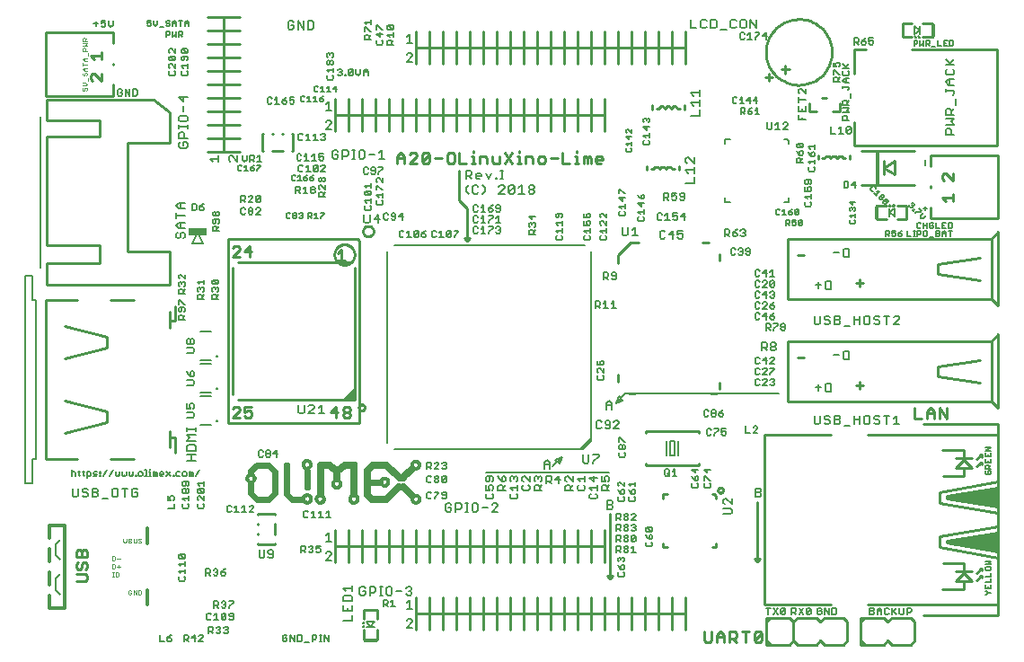
<source format=gbr>
G75*
G70*
%OFA0B0*%
%FSLAX24Y24*%
%IPPOS*%
%LPD*%
%AMOC8*
5,1,8,0,0,1.08239X$1,22.5*
%
%ADD10C,0.0100*%
%ADD11C,0.0080*%
%ADD12C,0.0050*%
%ADD13C,0.0060*%
%ADD14C,0.0070*%
%ADD15C,0.0240*%
%ADD16C,0.0120*%
%ADD17C,0.0220*%
%ADD18C,0.0260*%
%ADD19C,0.0140*%
%ADD20C,0.0040*%
%ADD21R,0.0150X0.1300*%
%ADD22R,0.0700X0.0250*%
D10*
X006554Y012035D02*
X006888Y012035D01*
X006954Y012101D01*
X006954Y012235D01*
X006888Y012302D01*
X006554Y012302D01*
X006621Y012495D02*
X006687Y012495D01*
X006754Y012562D01*
X006754Y012695D01*
X006821Y012762D01*
X006888Y012762D01*
X006954Y012695D01*
X006954Y012562D01*
X006888Y012495D01*
X006621Y012495D02*
X006554Y012562D01*
X006554Y012695D01*
X006621Y012762D01*
X006554Y012956D02*
X006554Y013156D01*
X006621Y013222D01*
X006687Y013222D01*
X006754Y013156D01*
X006754Y012956D01*
X006754Y013156D02*
X006821Y013222D01*
X006888Y013222D01*
X006954Y013156D01*
X006954Y012956D01*
X006554Y012956D01*
X006564Y016579D02*
X005419Y016579D01*
X005419Y022484D01*
X006564Y022484D01*
X006104Y021500D02*
X007678Y021106D01*
X007678Y020713D01*
X006104Y020319D01*
X006104Y018744D02*
X007678Y018351D01*
X007678Y017957D01*
X006104Y017563D01*
X007824Y016579D02*
X008670Y016579D01*
X010009Y017012D02*
X010009Y017366D01*
X010206Y017366D01*
X010206Y016825D01*
X010009Y017366D02*
X010009Y017603D01*
X012165Y017908D02*
X017043Y017908D01*
X017043Y024676D01*
X016963Y024757D01*
X012165Y024757D01*
X012165Y017908D01*
X012329Y018118D02*
X012595Y018385D01*
X012595Y018451D01*
X012529Y018518D01*
X012395Y018518D01*
X012329Y018451D01*
X012329Y018118D02*
X012595Y018118D01*
X012789Y018185D02*
X012856Y018118D01*
X012989Y018118D01*
X013056Y018185D01*
X013056Y018318D01*
X012989Y018385D01*
X012922Y018385D01*
X012789Y018318D01*
X012789Y018518D01*
X013056Y018518D01*
X012537Y018773D02*
X016474Y018773D01*
X016868Y019166D01*
X016868Y023694D01*
X016671Y023891D02*
X012537Y023891D01*
X012595Y024082D02*
X012329Y024082D01*
X012595Y024349D01*
X012595Y024416D01*
X012529Y024483D01*
X012395Y024483D01*
X012329Y024416D01*
X012789Y024283D02*
X013056Y024283D01*
X012989Y024483D02*
X012789Y024283D01*
X012989Y024483D02*
X012989Y024082D01*
X012341Y023694D02*
X012341Y018969D01*
X010009Y021461D02*
X010009Y021697D01*
X010206Y021697D01*
X010206Y022243D01*
X010009Y022051D02*
X010009Y021697D01*
X008670Y022484D02*
X007824Y022484D01*
X007406Y023858D02*
X005437Y023858D01*
X005437Y023032D01*
X010004Y023032D01*
X010004Y024291D01*
X008430Y024291D01*
X008430Y028307D01*
X010004Y028307D01*
X010004Y029449D01*
X009414Y029921D01*
X005437Y029921D01*
X005437Y029134D01*
X007406Y029134D01*
X007406Y028543D01*
X005437Y028543D01*
X005437Y024528D01*
X007406Y024528D01*
X007406Y023858D01*
X011404Y027982D02*
X012004Y027982D01*
X012004Y028482D01*
X011404Y028482D01*
X012004Y028482D02*
X012604Y028482D01*
X012604Y027982D02*
X012004Y027982D01*
X012004Y028482D02*
X012004Y028982D01*
X011404Y028982D01*
X011404Y029482D02*
X012004Y029482D01*
X012604Y029482D01*
X012604Y029982D02*
X012004Y029982D01*
X011404Y029982D01*
X011404Y030482D02*
X012004Y030482D01*
X012604Y030482D01*
X012004Y030482D02*
X012004Y029982D01*
X012004Y029482D01*
X012004Y028982D01*
X012604Y028982D01*
X013444Y028651D02*
X013482Y028651D01*
X013444Y028651D02*
X013444Y028013D01*
X013482Y028013D01*
X013799Y028013D02*
X014210Y028013D01*
X014527Y028013D02*
X014564Y028013D01*
X014564Y028651D01*
X014527Y028651D01*
X014210Y028651D02*
X014173Y028651D01*
X013836Y028651D02*
X013799Y028651D01*
X012004Y030482D02*
X012004Y030982D01*
X011404Y030982D01*
X011404Y031482D02*
X012004Y031482D01*
X012604Y031482D01*
X012604Y031982D02*
X012004Y031982D01*
X011404Y031982D01*
X011404Y032482D02*
X012004Y032482D01*
X012604Y032482D01*
X012604Y032982D02*
X012004Y032982D01*
X011404Y032982D01*
X012004Y032982D02*
X012004Y032482D01*
X012004Y031982D01*
X012004Y031482D01*
X012004Y030982D01*
X012604Y030982D01*
X016154Y029932D02*
X016154Y029332D01*
X016654Y029332D01*
X016654Y029932D01*
X017154Y029932D02*
X017154Y029332D01*
X017154Y028732D01*
X016654Y028732D02*
X016654Y029332D01*
X017154Y029332D01*
X017654Y029332D01*
X017654Y029932D01*
X018154Y029932D02*
X018154Y029332D01*
X018154Y028732D01*
X018654Y028732D02*
X018654Y029332D01*
X018654Y029932D01*
X019154Y029932D02*
X019154Y029332D01*
X019154Y028732D01*
X019654Y028732D02*
X019654Y029332D01*
X019654Y029932D01*
X020154Y029932D02*
X020154Y029332D01*
X020154Y028732D01*
X020654Y028732D02*
X020654Y029332D01*
X020654Y029932D01*
X021154Y029932D02*
X021154Y029332D01*
X021154Y028732D01*
X021654Y028732D02*
X021654Y029332D01*
X021654Y029932D01*
X022154Y029932D02*
X022154Y029332D01*
X022154Y028732D01*
X022654Y028732D02*
X022654Y029332D01*
X022654Y029932D01*
X023154Y029932D02*
X023154Y029332D01*
X023154Y028732D01*
X023654Y028732D02*
X023654Y029332D01*
X023654Y029932D01*
X024154Y029932D02*
X024154Y029332D01*
X024154Y028732D01*
X024654Y028732D02*
X024654Y029332D01*
X024654Y029932D01*
X025154Y029932D02*
X025154Y029332D01*
X025154Y028732D01*
X025654Y028732D02*
X025654Y029332D01*
X025654Y029932D01*
X026154Y029932D02*
X026154Y029332D01*
X025654Y029332D01*
X025154Y029332D01*
X024654Y029332D01*
X024154Y029332D01*
X023654Y029332D01*
X023154Y029332D01*
X022654Y029332D01*
X022154Y029332D01*
X021654Y029332D01*
X021154Y029332D01*
X020654Y029332D01*
X020154Y029332D01*
X019654Y029332D01*
X019154Y029332D01*
X018654Y029332D01*
X018154Y029332D01*
X017654Y029332D01*
X017654Y028732D01*
X018454Y027799D02*
X018588Y027932D01*
X018721Y027799D01*
X018721Y027532D01*
X018915Y027532D02*
X019182Y027799D01*
X019182Y027865D01*
X019115Y027932D01*
X018981Y027932D01*
X018915Y027865D01*
X018721Y027732D02*
X018454Y027732D01*
X018454Y027799D02*
X018454Y027532D01*
X018915Y027532D02*
X019182Y027532D01*
X019375Y027598D02*
X019642Y027865D01*
X019642Y027598D01*
X019575Y027532D01*
X019442Y027532D01*
X019375Y027598D01*
X019375Y027865D01*
X019442Y027932D01*
X019575Y027932D01*
X019642Y027865D01*
X019835Y027732D02*
X020102Y027732D01*
X020296Y027865D02*
X020296Y027598D01*
X020362Y027532D01*
X020496Y027532D01*
X020563Y027598D01*
X020563Y027865D01*
X020496Y027932D01*
X020362Y027932D01*
X020296Y027865D01*
X020756Y027932D02*
X020756Y027532D01*
X021023Y027532D01*
X021216Y027532D02*
X021350Y027532D01*
X021283Y027532D02*
X021283Y027799D01*
X021216Y027799D01*
X021283Y027932D02*
X021283Y027999D01*
X021523Y027799D02*
X021523Y027532D01*
X021523Y027799D02*
X021724Y027799D01*
X021790Y027732D01*
X021790Y027532D01*
X021984Y027598D02*
X022050Y027532D01*
X022251Y027532D01*
X022251Y027799D01*
X022444Y027932D02*
X022711Y027532D01*
X022904Y027532D02*
X023038Y027532D01*
X022971Y027532D02*
X022971Y027799D01*
X022904Y027799D01*
X022971Y027932D02*
X022971Y027999D01*
X022711Y027932D02*
X022444Y027532D01*
X021984Y027598D02*
X021984Y027799D01*
X023211Y027799D02*
X023211Y027532D01*
X023211Y027799D02*
X023411Y027799D01*
X023478Y027732D01*
X023478Y027532D01*
X023672Y027598D02*
X023738Y027532D01*
X023872Y027532D01*
X023939Y027598D01*
X023939Y027732D01*
X023872Y027799D01*
X023738Y027799D01*
X023672Y027732D01*
X023672Y027598D01*
X024132Y027732D02*
X024399Y027732D01*
X024592Y027932D02*
X024592Y027532D01*
X024859Y027532D01*
X025053Y027532D02*
X025186Y027532D01*
X025119Y027532D02*
X025119Y027799D01*
X025053Y027799D01*
X025119Y027932D02*
X025119Y027999D01*
X025360Y027799D02*
X025426Y027799D01*
X025493Y027732D01*
X025560Y027799D01*
X025626Y027732D01*
X025626Y027532D01*
X025493Y027532D02*
X025493Y027732D01*
X025360Y027799D02*
X025360Y027532D01*
X025820Y027598D02*
X025820Y027732D01*
X025887Y027799D01*
X026020Y027799D01*
X026087Y027732D01*
X026087Y027665D01*
X025820Y027665D01*
X025820Y027598D02*
X025887Y027532D01*
X026020Y027532D01*
X026154Y028732D02*
X026154Y029332D01*
X027914Y029553D02*
X027914Y029710D01*
X028071Y029592D02*
X028150Y029592D01*
X028206Y029648D01*
X028261Y029671D02*
X028275Y029671D01*
X028331Y029648D02*
X028386Y029592D01*
X028442Y029648D01*
X028498Y029671D02*
X028511Y029671D01*
X028567Y029648D02*
X028622Y029592D01*
X028678Y029648D01*
X028734Y029671D02*
X028747Y029671D01*
X028803Y029648D02*
X028859Y029592D01*
X028937Y029592D01*
X029095Y029553D02*
X029095Y029710D01*
X028803Y029648D02*
X028791Y029658D01*
X028777Y029665D01*
X028762Y029669D01*
X028747Y029671D01*
X028734Y029671D02*
X028719Y029669D01*
X028704Y029665D01*
X028690Y029658D01*
X028678Y029648D01*
X028567Y029648D02*
X028555Y029658D01*
X028541Y029665D01*
X028526Y029669D01*
X028511Y029671D01*
X028498Y029671D02*
X028483Y029669D01*
X028468Y029665D01*
X028454Y029658D01*
X028442Y029648D01*
X028331Y029648D02*
X028319Y029658D01*
X028305Y029665D01*
X028290Y029669D01*
X028275Y029671D01*
X028261Y029671D02*
X028246Y029669D01*
X028231Y029665D01*
X028217Y029658D01*
X028205Y029648D01*
X028154Y031232D02*
X028154Y031832D01*
X028154Y032432D01*
X028654Y032432D02*
X028654Y031832D01*
X028654Y031232D01*
X029154Y031232D02*
X029154Y031832D01*
X028654Y031832D01*
X028154Y031832D01*
X027654Y031832D01*
X027654Y031232D01*
X027154Y031232D02*
X027154Y031832D01*
X027154Y032432D01*
X026654Y032432D02*
X026654Y031832D01*
X026654Y031232D01*
X026154Y031232D02*
X026154Y031832D01*
X026154Y032432D01*
X025654Y032432D02*
X025654Y031832D01*
X025654Y031232D01*
X025154Y031232D02*
X025154Y031832D01*
X025154Y032432D01*
X024654Y032432D02*
X024654Y031832D01*
X024654Y031232D01*
X024154Y031232D02*
X024154Y031832D01*
X024154Y032432D01*
X023654Y032432D02*
X023654Y031832D01*
X023654Y031232D01*
X023154Y031232D02*
X023154Y031832D01*
X023154Y032432D01*
X023154Y031832D02*
X023654Y031832D01*
X024154Y031832D01*
X024654Y031832D01*
X025154Y031832D01*
X025654Y031832D01*
X026154Y031832D01*
X026654Y031832D01*
X027154Y031832D01*
X027654Y031832D01*
X027654Y032432D01*
X029154Y032432D02*
X029154Y031832D01*
X032104Y030732D02*
X032371Y030732D01*
X032238Y030865D02*
X032238Y030598D01*
X032704Y031032D02*
X032854Y031032D01*
X032854Y031182D01*
X032854Y031032D02*
X033004Y031032D01*
X032854Y031032D02*
X032854Y030882D01*
X032134Y031682D02*
X032139Y031793D01*
X032154Y031903D01*
X032179Y032011D01*
X032214Y032117D01*
X032258Y032218D01*
X032312Y032316D01*
X032374Y032408D01*
X032444Y032494D01*
X032521Y032574D01*
X032606Y032646D01*
X032697Y032710D01*
X032793Y032765D01*
X032894Y032812D01*
X032998Y032849D01*
X033106Y032876D01*
X033215Y032894D01*
X033326Y032902D01*
X033437Y032899D01*
X033548Y032887D01*
X033656Y032864D01*
X033763Y032832D01*
X033865Y032790D01*
X033964Y032739D01*
X034058Y032679D01*
X034145Y032611D01*
X034226Y032535D01*
X034300Y032452D01*
X034366Y032363D01*
X034424Y032268D01*
X034473Y032168D01*
X034513Y032064D01*
X034543Y031957D01*
X034563Y031848D01*
X034573Y031738D01*
X034573Y031626D01*
X034563Y031516D01*
X034543Y031407D01*
X034513Y031300D01*
X034473Y031196D01*
X034424Y031096D01*
X034366Y031001D01*
X034300Y030912D01*
X034226Y030829D01*
X034145Y030753D01*
X034058Y030685D01*
X033964Y030625D01*
X033865Y030574D01*
X033763Y030532D01*
X033656Y030500D01*
X033548Y030477D01*
X033437Y030465D01*
X033326Y030462D01*
X033215Y030470D01*
X033106Y030488D01*
X032998Y030515D01*
X032894Y030552D01*
X032793Y030599D01*
X032697Y030654D01*
X032606Y030718D01*
X032521Y030790D01*
X032444Y030870D01*
X032374Y030956D01*
X032312Y031048D01*
X032258Y031146D01*
X032214Y031247D01*
X032179Y031353D01*
X032154Y031461D01*
X032139Y031571D01*
X032134Y031682D01*
X033744Y029782D02*
X033744Y029472D01*
X034004Y029472D01*
X034224Y029992D02*
X034384Y029992D01*
X034864Y029782D02*
X034864Y029472D01*
X034604Y029472D01*
X035404Y029082D02*
X035404Y028200D01*
X040719Y028200D01*
X040719Y031764D01*
X037554Y031764D01*
X037554Y032232D02*
X037204Y032232D01*
X037204Y032732D01*
X037554Y032732D01*
X037954Y032732D02*
X038304Y032732D01*
X038304Y032232D01*
X038354Y032282D01*
X038354Y032682D01*
X038304Y032732D01*
X038304Y032232D02*
X037954Y032232D01*
X035854Y031764D02*
X035404Y031764D01*
X035404Y030882D01*
X035670Y028013D02*
X037639Y028013D01*
X036904Y027632D02*
X036504Y027382D01*
X036904Y027132D01*
X036904Y027632D01*
X036504Y027632D02*
X036504Y027132D01*
X035670Y026750D02*
X037639Y026750D01*
X038254Y026701D02*
X038254Y026662D01*
X038690Y026995D02*
X038757Y026929D01*
X038690Y026995D02*
X038690Y027129D01*
X038757Y027195D01*
X038823Y027195D01*
X039090Y026929D01*
X039090Y027195D01*
X039090Y026408D02*
X039090Y026141D01*
X039090Y026275D02*
X038690Y026275D01*
X038823Y026141D01*
X038254Y025914D02*
X038254Y025501D01*
X040735Y025501D01*
X040735Y027863D01*
X038254Y027863D01*
X038254Y027449D01*
X037354Y025982D02*
X037004Y025982D01*
X037354Y025982D02*
X037354Y025482D01*
X037004Y025482D01*
X036604Y025482D02*
X036254Y025482D01*
X036254Y025982D01*
X036204Y025932D01*
X036204Y025532D01*
X036254Y025482D01*
X036254Y025982D02*
X036604Y025982D01*
X035245Y027703D02*
X035245Y027860D01*
X035087Y027742D02*
X035009Y027742D01*
X034953Y027798D01*
X034897Y027821D02*
X034884Y027821D01*
X034828Y027798D02*
X034772Y027742D01*
X034717Y027798D01*
X034661Y027821D02*
X034648Y027821D01*
X034592Y027798D02*
X034536Y027742D01*
X034481Y027798D01*
X034425Y027821D02*
X034411Y027821D01*
X034356Y027798D02*
X034300Y027742D01*
X034221Y027742D01*
X034064Y027703D02*
X034064Y027860D01*
X034355Y027798D02*
X034367Y027808D01*
X034381Y027815D01*
X034396Y027819D01*
X034411Y027821D01*
X034425Y027821D02*
X034440Y027819D01*
X034455Y027815D01*
X034469Y027808D01*
X034481Y027798D01*
X034592Y027798D02*
X034604Y027808D01*
X034618Y027815D01*
X034633Y027819D01*
X034648Y027821D01*
X034661Y027821D02*
X034676Y027819D01*
X034691Y027815D01*
X034705Y027808D01*
X034717Y027798D01*
X034828Y027798D02*
X034840Y027808D01*
X034854Y027815D01*
X034869Y027819D01*
X034884Y027821D01*
X034897Y027821D02*
X034912Y027819D01*
X034927Y027815D01*
X034941Y027808D01*
X034953Y027798D01*
X032959Y024762D02*
X040518Y024762D01*
X040754Y024998D01*
X040754Y022282D01*
X040518Y022518D01*
X040518Y024762D01*
X040085Y024053D02*
X038510Y023817D01*
X038510Y023463D01*
X040085Y023227D01*
X040518Y022518D02*
X032959Y022518D01*
X032959Y024762D01*
X033293Y024154D02*
X033559Y024154D01*
X035473Y023100D02*
X035739Y023100D01*
X035606Y023233D02*
X035606Y022966D01*
X032959Y020962D02*
X040518Y020962D01*
X040754Y021198D01*
X040754Y018482D01*
X040518Y018718D01*
X040518Y020962D01*
X040085Y020253D02*
X038510Y020017D01*
X038510Y019663D01*
X040085Y019427D01*
X040518Y018718D02*
X032959Y018718D01*
X032959Y020962D01*
X033293Y020354D02*
X033559Y020354D01*
X035473Y019300D02*
X035739Y019300D01*
X035606Y019433D02*
X035606Y019166D01*
X035912Y017481D02*
X040735Y017481D01*
X040735Y017875D01*
X037979Y017875D01*
X037921Y018082D02*
X037654Y018082D01*
X037654Y018482D01*
X038115Y018349D02*
X038115Y018082D01*
X038115Y018282D02*
X038382Y018282D01*
X038382Y018349D02*
X038382Y018082D01*
X038575Y018082D02*
X038575Y018482D01*
X038842Y018082D01*
X038842Y018482D01*
X038382Y018349D02*
X038248Y018482D01*
X038115Y018349D01*
X038677Y016917D02*
X039475Y016917D01*
X039475Y016642D01*
X039475Y016563D02*
X039160Y016248D01*
X039790Y016248D01*
X039475Y016563D01*
X039790Y016603D02*
X039160Y016603D01*
X039475Y016209D02*
X039475Y015933D01*
X038712Y015933D01*
X038570Y015355D02*
X040735Y015749D01*
X040735Y015513D02*
X040735Y014804D01*
X038845Y015119D01*
X038845Y015198D01*
X040735Y015513D01*
X040735Y015492D02*
X040612Y015492D01*
X040735Y015394D02*
X040021Y015394D01*
X040154Y014901D02*
X040735Y014901D01*
X040735Y015000D02*
X039562Y015000D01*
X039429Y015295D02*
X040735Y015295D01*
X040735Y015197D02*
X038845Y015197D01*
X038971Y015098D02*
X040735Y015098D01*
X040735Y014568D02*
X038570Y014962D01*
X038570Y015355D01*
X039948Y016300D02*
X040144Y016458D01*
X040066Y016458D01*
X040144Y016458D02*
X040144Y016379D01*
X040144Y016654D02*
X040144Y016733D01*
X040066Y016733D01*
X040144Y016733D02*
X039948Y016576D01*
X040735Y017481D02*
X040735Y011182D01*
X040735Y010788D01*
X037979Y010788D01*
X037654Y010532D02*
X037654Y009832D01*
X037504Y009682D01*
X036804Y009682D01*
X036654Y009832D01*
X036504Y009682D01*
X035804Y009682D01*
X035654Y009682D01*
X035654Y009832D01*
X035804Y009682D01*
X035654Y009832D02*
X035654Y010532D01*
X035654Y010682D01*
X035804Y010682D01*
X036504Y010682D01*
X036654Y010532D01*
X036804Y010682D01*
X037504Y010682D01*
X037654Y010532D01*
X038677Y011733D02*
X039475Y011733D01*
X039475Y012009D01*
X039160Y012048D02*
X039790Y012048D01*
X039475Y012363D01*
X039160Y012048D01*
X039160Y012403D02*
X039790Y012403D01*
X039948Y012363D02*
X040144Y012521D01*
X040066Y012521D01*
X040144Y012521D02*
X040144Y012442D01*
X040144Y012245D02*
X040066Y012245D01*
X040144Y012245D02*
X040144Y012166D01*
X040144Y012245D02*
X039948Y012088D01*
X039475Y012442D02*
X039475Y012717D01*
X038712Y012717D01*
X038570Y013308D02*
X038570Y013702D01*
X040735Y014095D01*
X040735Y013859D02*
X040735Y013151D01*
X038845Y013466D01*
X038845Y013544D01*
X040735Y013859D01*
X040735Y013817D02*
X040482Y013817D01*
X040735Y013718D02*
X039891Y013718D01*
X039693Y013324D02*
X040735Y013324D01*
X040735Y013226D02*
X040284Y013226D01*
X040735Y013423D02*
X039101Y013423D01*
X038845Y013521D02*
X040735Y013521D01*
X040735Y013620D02*
X039299Y013620D01*
X038570Y013308D02*
X040735Y012914D01*
X040735Y011182D02*
X035912Y011182D01*
X035804Y010682D02*
X035654Y010532D01*
X035154Y010532D02*
X035154Y009832D01*
X035004Y009682D01*
X034304Y009682D01*
X034154Y009832D01*
X034004Y009682D01*
X033304Y009682D01*
X033154Y009832D01*
X033154Y010532D01*
X033304Y010682D01*
X034004Y010682D01*
X034154Y010532D01*
X034304Y010682D01*
X035004Y010682D01*
X035154Y010532D01*
X034534Y011182D02*
X032074Y011182D01*
X032074Y017481D01*
X034534Y017481D01*
X031804Y014982D02*
X031804Y012782D01*
X031904Y012882D01*
X031704Y012882D01*
X031804Y012782D01*
X030289Y013297D02*
X030289Y013455D01*
X030289Y013297D02*
X030131Y013297D01*
X028478Y013297D02*
X028320Y013297D01*
X028320Y013455D01*
X028320Y015108D02*
X028320Y015266D01*
X028478Y015266D01*
X027670Y016352D02*
X027670Y016411D01*
X027670Y016352D02*
X029639Y016352D01*
X029639Y016411D01*
X030348Y015423D02*
X030350Y015443D01*
X030356Y015462D01*
X030366Y015479D01*
X030378Y015494D01*
X030394Y015506D01*
X030412Y015515D01*
X030431Y015520D01*
X030451Y015521D01*
X030471Y015518D01*
X030489Y015511D01*
X030506Y015500D01*
X030520Y015487D01*
X030532Y015471D01*
X030540Y015452D01*
X030543Y015433D01*
X030543Y015413D01*
X030540Y015394D01*
X030532Y015375D01*
X030520Y015359D01*
X030506Y015346D01*
X030489Y015335D01*
X030471Y015328D01*
X030451Y015325D01*
X030431Y015326D01*
X030412Y015331D01*
X030394Y015340D01*
X030378Y015352D01*
X030366Y015367D01*
X030356Y015384D01*
X030350Y015403D01*
X030348Y015423D01*
X030220Y015266D02*
X030131Y015266D01*
X030220Y015266D02*
X030289Y015197D01*
X030289Y015108D01*
X029639Y017553D02*
X029639Y017612D01*
X027670Y017612D01*
X027670Y017553D01*
X027265Y019028D02*
X027028Y019028D01*
X026635Y019461D02*
X026635Y019697D01*
X030060Y019028D02*
X030296Y019028D01*
X030414Y019185D02*
X030414Y019421D01*
X030414Y023949D02*
X030414Y024185D01*
X030020Y024618D02*
X029784Y024618D01*
X027422Y024618D02*
X027107Y024618D01*
X026635Y024146D01*
X026635Y023831D01*
X027714Y027303D02*
X027714Y027460D01*
X027871Y027342D02*
X027950Y027342D01*
X028006Y027398D01*
X028061Y027421D02*
X028075Y027421D01*
X028131Y027398D02*
X028186Y027342D01*
X028242Y027398D01*
X028298Y027421D02*
X028311Y027421D01*
X028367Y027398D02*
X028422Y027342D01*
X028478Y027398D01*
X028534Y027421D02*
X028547Y027421D01*
X028603Y027398D02*
X028659Y027342D01*
X028737Y027342D01*
X028895Y027303D02*
X028895Y027460D01*
X028603Y027398D02*
X028591Y027408D01*
X028577Y027415D01*
X028562Y027419D01*
X028547Y027421D01*
X028534Y027421D02*
X028519Y027419D01*
X028504Y027415D01*
X028490Y027408D01*
X028478Y027398D01*
X028367Y027398D02*
X028355Y027408D01*
X028341Y027415D01*
X028326Y027419D01*
X028311Y027421D01*
X028298Y027421D02*
X028283Y027419D01*
X028268Y027415D01*
X028254Y027408D01*
X028242Y027398D01*
X028131Y027398D02*
X028119Y027408D01*
X028105Y027415D01*
X028090Y027419D01*
X028075Y027421D01*
X028061Y027421D02*
X028046Y027419D01*
X028031Y027415D01*
X028017Y027408D01*
X028005Y027398D01*
X023154Y031832D02*
X022654Y031832D01*
X022654Y032432D01*
X022154Y032432D02*
X022154Y031832D01*
X022154Y031232D01*
X021654Y031232D02*
X021654Y031832D01*
X021654Y032432D01*
X021154Y032432D02*
X021154Y031832D01*
X021154Y031232D01*
X020654Y031232D02*
X020654Y031832D01*
X020654Y032432D01*
X020154Y032432D02*
X020154Y031832D01*
X020154Y031232D01*
X019654Y031232D02*
X019654Y031832D01*
X019654Y032432D01*
X019154Y032432D02*
X019154Y031832D01*
X019654Y031832D01*
X020154Y031832D01*
X020654Y031832D01*
X021154Y031832D01*
X021654Y031832D01*
X022154Y031832D01*
X022654Y031832D01*
X022654Y031232D01*
X019154Y031232D02*
X019154Y031832D01*
X016154Y029332D02*
X016154Y028732D01*
X017176Y025031D02*
X017178Y025059D01*
X017184Y025087D01*
X017194Y025113D01*
X017207Y025138D01*
X017224Y025160D01*
X017244Y025180D01*
X017266Y025197D01*
X017291Y025210D01*
X017317Y025220D01*
X017345Y025226D01*
X017373Y025228D01*
X017401Y025226D01*
X017429Y025220D01*
X017455Y025210D01*
X017480Y025197D01*
X017502Y025180D01*
X017522Y025160D01*
X017539Y025138D01*
X017552Y025113D01*
X017562Y025087D01*
X017568Y025059D01*
X017570Y025031D01*
X017568Y025003D01*
X017562Y024975D01*
X017552Y024949D01*
X017539Y024924D01*
X017522Y024902D01*
X017502Y024882D01*
X017480Y024865D01*
X017455Y024852D01*
X017429Y024842D01*
X017401Y024836D01*
X017373Y024834D01*
X017345Y024836D01*
X017317Y024842D01*
X017291Y024852D01*
X017266Y024865D01*
X017244Y024882D01*
X017224Y024902D01*
X017207Y024924D01*
X017194Y024949D01*
X017184Y024975D01*
X017178Y025003D01*
X017176Y025031D01*
X016387Y024345D02*
X016254Y024212D01*
X016387Y024345D02*
X016387Y023945D01*
X016254Y023945D02*
X016520Y023945D01*
X016121Y024166D02*
X016123Y024205D01*
X016129Y024244D01*
X016139Y024281D01*
X016153Y024318D01*
X016171Y024352D01*
X016192Y024385D01*
X016217Y024416D01*
X016244Y024443D01*
X016275Y024468D01*
X016307Y024489D01*
X016342Y024507D01*
X016379Y024521D01*
X016416Y024531D01*
X016455Y024537D01*
X016494Y024539D01*
X016533Y024537D01*
X016572Y024531D01*
X016609Y024521D01*
X016646Y024507D01*
X016680Y024489D01*
X016713Y024468D01*
X016744Y024443D01*
X016771Y024416D01*
X016796Y024385D01*
X016817Y024353D01*
X016835Y024318D01*
X016849Y024281D01*
X016859Y024244D01*
X016865Y024205D01*
X016867Y024166D01*
X016865Y024127D01*
X016859Y024088D01*
X016849Y024051D01*
X016835Y024014D01*
X016817Y023980D01*
X016796Y023947D01*
X016771Y023916D01*
X016744Y023889D01*
X016713Y023864D01*
X016681Y023843D01*
X016646Y023825D01*
X016609Y023811D01*
X016572Y023801D01*
X016533Y023795D01*
X016494Y023793D01*
X016455Y023795D01*
X016416Y023801D01*
X016379Y023811D01*
X016342Y023825D01*
X016308Y023843D01*
X016275Y023864D01*
X016244Y023889D01*
X016217Y023916D01*
X016192Y023947D01*
X016171Y023979D01*
X016153Y024014D01*
X016139Y024051D01*
X016129Y024088D01*
X016123Y024127D01*
X016121Y024166D01*
X020754Y026182D02*
X021054Y025882D01*
X021054Y024682D01*
X020954Y024782D01*
X021154Y024782D01*
X021054Y024682D01*
X020754Y026182D02*
X020754Y027282D01*
X016868Y019166D02*
X016868Y019068D01*
X016573Y018773D01*
X016671Y018773D01*
X016868Y018969D01*
X016868Y019068D01*
X016868Y018969D02*
X016868Y018871D01*
X016770Y018773D01*
X016868Y018773D01*
X016868Y018871D01*
X016770Y018773D02*
X016671Y018773D01*
X016573Y018773D02*
X016474Y018773D01*
X016517Y018518D02*
X016650Y018518D01*
X016717Y018451D01*
X016717Y018385D01*
X016650Y018318D01*
X016517Y018318D01*
X016450Y018385D01*
X016450Y018451D01*
X016517Y018518D01*
X016517Y018318D02*
X016450Y018251D01*
X016450Y018185D01*
X016517Y018118D01*
X016650Y018118D01*
X016717Y018185D01*
X016717Y018251D01*
X016650Y018318D01*
X016257Y018318D02*
X015990Y018318D01*
X016190Y018518D01*
X016190Y018118D01*
X017023Y018486D02*
X017025Y018507D01*
X017031Y018528D01*
X017041Y018547D01*
X017054Y018563D01*
X017070Y018577D01*
X017088Y018588D01*
X017109Y018595D01*
X017130Y018598D01*
X017151Y018597D01*
X017172Y018592D01*
X017191Y018583D01*
X017208Y018571D01*
X017223Y018555D01*
X017235Y018537D01*
X017242Y018518D01*
X017246Y018497D01*
X017246Y018475D01*
X017242Y018454D01*
X017235Y018435D01*
X017223Y018417D01*
X017208Y018401D01*
X017191Y018389D01*
X017172Y018380D01*
X017151Y018375D01*
X017130Y018374D01*
X017109Y018377D01*
X017088Y018384D01*
X017070Y018395D01*
X017054Y018409D01*
X017041Y018425D01*
X017031Y018444D01*
X017025Y018465D01*
X017023Y018486D01*
X014424Y016412D02*
X014284Y016412D01*
X014284Y016382D01*
X014424Y016382D02*
X014424Y016412D01*
X015054Y015522D02*
X015054Y015492D01*
X015174Y015492D01*
X015174Y015522D01*
X013923Y014542D02*
X013923Y014504D01*
X013923Y014542D02*
X013285Y014542D01*
X013285Y014504D01*
X013285Y014187D02*
X013285Y014150D01*
X013285Y013813D02*
X013285Y013776D01*
X013285Y013459D02*
X013285Y013422D01*
X013923Y013422D01*
X013923Y013459D01*
X013923Y013776D02*
X013923Y014187D01*
X016154Y013932D02*
X016154Y013332D01*
X016654Y013332D01*
X016654Y013932D01*
X017154Y013932D02*
X017154Y013332D01*
X017154Y012732D01*
X016654Y012732D02*
X016654Y013332D01*
X017154Y013332D01*
X017654Y013332D01*
X017654Y013932D01*
X017654Y013332D02*
X017654Y012732D01*
X018154Y012732D02*
X018154Y013332D01*
X018154Y013932D01*
X018654Y013932D02*
X018654Y013332D01*
X018654Y012732D01*
X019154Y012732D02*
X019154Y013332D01*
X019154Y013932D01*
X019654Y013932D02*
X019654Y013332D01*
X019654Y012732D01*
X020154Y012732D02*
X020154Y013332D01*
X020154Y013932D01*
X020654Y013932D02*
X020654Y013332D01*
X020654Y012732D01*
X021154Y012732D02*
X021154Y013332D01*
X021154Y013932D01*
X021654Y013932D02*
X021654Y013332D01*
X021654Y012732D01*
X022154Y012732D02*
X022154Y013332D01*
X022154Y013932D01*
X022654Y013932D02*
X022654Y013332D01*
X022654Y012732D01*
X023154Y012732D02*
X023154Y013332D01*
X023154Y013932D01*
X023654Y013932D02*
X023654Y013332D01*
X023654Y012732D01*
X024154Y012732D02*
X024154Y013332D01*
X024154Y013932D01*
X024654Y013932D02*
X024654Y013332D01*
X024654Y012732D01*
X025154Y012732D02*
X025154Y013332D01*
X025154Y013932D01*
X025654Y013932D02*
X025654Y013332D01*
X025654Y012732D01*
X026154Y012732D02*
X026154Y013332D01*
X025654Y013332D01*
X025154Y013332D01*
X024654Y013332D01*
X024154Y013332D01*
X023654Y013332D01*
X023154Y013332D01*
X022654Y013332D01*
X022154Y013332D01*
X021654Y013332D01*
X021154Y013332D01*
X020654Y013332D01*
X020154Y013332D01*
X019654Y013332D01*
X019154Y013332D01*
X018654Y013332D01*
X018154Y013332D01*
X017654Y013332D01*
X016154Y013332D02*
X016154Y012732D01*
X017204Y010982D02*
X017204Y010632D01*
X017204Y010982D02*
X017704Y010982D01*
X017704Y010632D01*
X017704Y010232D02*
X017704Y009882D01*
X017204Y009882D01*
X017254Y009832D01*
X017654Y009832D01*
X017704Y009882D01*
X017204Y009882D02*
X017204Y010232D01*
X019154Y010232D02*
X019154Y010832D01*
X019654Y010832D01*
X019654Y011432D01*
X019154Y011432D02*
X019154Y010832D01*
X019654Y010832D02*
X019654Y010232D01*
X020154Y010232D02*
X020154Y010832D01*
X020154Y011432D01*
X020654Y011432D02*
X020654Y010832D01*
X020654Y010232D01*
X021154Y010232D02*
X021154Y010832D01*
X021154Y011432D01*
X021654Y011432D02*
X021654Y010832D01*
X021654Y010232D01*
X022154Y010232D02*
X022154Y010832D01*
X022154Y011432D01*
X022654Y011432D02*
X022654Y010832D01*
X022654Y010232D01*
X022654Y010832D02*
X022154Y010832D01*
X021654Y010832D01*
X021154Y010832D01*
X020654Y010832D01*
X020154Y010832D01*
X019654Y010832D01*
X022654Y010832D02*
X023154Y010832D01*
X023154Y011432D01*
X023654Y011432D02*
X023654Y010832D01*
X023654Y010232D01*
X023154Y010232D02*
X023154Y010832D01*
X023654Y010832D01*
X024154Y010832D01*
X024154Y010232D01*
X024654Y010232D02*
X024654Y010832D01*
X024654Y011432D01*
X024154Y011432D02*
X024154Y010832D01*
X024654Y010832D01*
X025154Y010832D01*
X025154Y010232D01*
X025654Y010232D02*
X025654Y010832D01*
X025654Y011432D01*
X025154Y011432D02*
X025154Y010832D01*
X025654Y010832D01*
X026154Y010832D01*
X026154Y010232D01*
X026654Y010232D02*
X026654Y010832D01*
X026654Y011432D01*
X026154Y011432D02*
X026154Y010832D01*
X026654Y010832D01*
X027154Y010832D01*
X027154Y010232D01*
X027654Y010232D02*
X027654Y010832D01*
X027654Y011432D01*
X027154Y011432D02*
X027154Y010832D01*
X027654Y010832D01*
X028154Y010832D01*
X028154Y010232D01*
X028654Y010232D02*
X028654Y010832D01*
X028654Y011432D01*
X028154Y011432D02*
X028154Y010832D01*
X028654Y010832D01*
X029154Y010832D01*
X029154Y010232D01*
X029154Y010832D02*
X029154Y011432D01*
X029852Y010182D02*
X029852Y009848D01*
X029919Y009782D01*
X030053Y009782D01*
X030119Y009848D01*
X030119Y010182D01*
X030313Y010049D02*
X030446Y010182D01*
X030580Y010049D01*
X030580Y009782D01*
X030773Y009782D02*
X030773Y010182D01*
X030973Y010182D01*
X031040Y010115D01*
X031040Y009982D01*
X030973Y009915D01*
X030773Y009915D01*
X030907Y009915D02*
X031040Y009782D01*
X031367Y009782D02*
X031367Y010182D01*
X031500Y010182D02*
X031233Y010182D01*
X031694Y010115D02*
X031694Y009848D01*
X031961Y010115D01*
X031961Y009848D01*
X031894Y009782D01*
X031761Y009782D01*
X031694Y009848D01*
X031694Y010115D02*
X031761Y010182D01*
X031894Y010182D01*
X031961Y010115D01*
X032154Y009832D02*
X032154Y009682D01*
X032304Y009682D01*
X033004Y009682D01*
X033154Y009832D01*
X033154Y010532D02*
X033004Y010682D01*
X032304Y010682D01*
X032154Y010682D01*
X032154Y010532D01*
X032304Y010682D01*
X032154Y010532D02*
X032154Y009832D01*
X032304Y009682D01*
X030580Y009982D02*
X030313Y009982D01*
X030313Y010049D02*
X030313Y009782D01*
X026454Y012232D02*
X026254Y012232D01*
X026354Y012132D01*
X026454Y012232D01*
X026354Y012132D02*
X026354Y014532D01*
X026154Y013932D02*
X026154Y013332D01*
X007904Y030051D02*
X005424Y030051D01*
X005424Y032413D01*
X007904Y032413D01*
X007904Y031999D01*
X007469Y031679D02*
X007469Y031412D01*
X007469Y031545D02*
X007068Y031545D01*
X007202Y031412D01*
X007202Y030891D02*
X007135Y030891D01*
X007068Y030825D01*
X007068Y030691D01*
X007135Y030624D01*
X007202Y030891D02*
X007469Y030624D01*
X007469Y030891D01*
X007904Y031212D02*
X007904Y031251D01*
X007904Y030464D02*
X007904Y030051D01*
D11*
X010344Y030001D02*
X010504Y029840D01*
X010504Y030054D01*
X010664Y030001D02*
X010344Y030001D01*
X010504Y029686D02*
X010504Y029472D01*
X010397Y029317D02*
X010344Y029264D01*
X010344Y029157D01*
X010397Y029104D01*
X010611Y029104D01*
X010664Y029157D01*
X010664Y029264D01*
X010611Y029317D01*
X010397Y029317D01*
X010344Y028965D02*
X010344Y028858D01*
X010344Y028912D02*
X010664Y028912D01*
X010664Y028965D02*
X010664Y028858D01*
X010504Y028703D02*
X010558Y028650D01*
X010558Y028490D01*
X010664Y028490D02*
X010344Y028490D01*
X010344Y028650D01*
X010397Y028703D01*
X010504Y028703D01*
X010504Y028335D02*
X010504Y028228D01*
X010504Y028335D02*
X010611Y028335D01*
X010664Y028282D01*
X010664Y028175D01*
X010611Y028122D01*
X010397Y028122D01*
X010344Y028175D01*
X010344Y028282D01*
X010397Y028335D01*
X011494Y027728D02*
X011814Y027728D01*
X011814Y027622D02*
X011814Y027835D01*
X011601Y027622D02*
X011494Y027728D01*
X012194Y027782D02*
X012194Y027675D01*
X012247Y027622D01*
X012194Y027782D02*
X012247Y027835D01*
X012301Y027835D01*
X012514Y027622D01*
X012514Y027835D01*
X010564Y026090D02*
X010351Y026090D01*
X010244Y025983D01*
X010351Y025877D01*
X010564Y025877D01*
X010404Y025877D02*
X010404Y026090D01*
X010244Y025722D02*
X010244Y025508D01*
X010244Y025615D02*
X010564Y025615D01*
X010564Y025353D02*
X010351Y025353D01*
X010244Y025247D01*
X010351Y025140D01*
X010564Y025140D01*
X010404Y025140D02*
X010404Y025353D01*
X010458Y024985D02*
X010511Y024985D01*
X010564Y024932D01*
X010564Y024825D01*
X010511Y024772D01*
X010404Y024825D02*
X010404Y024932D01*
X010458Y024985D01*
X010297Y024985D02*
X010244Y024932D01*
X010244Y024825D01*
X010297Y024772D01*
X010351Y024772D01*
X010404Y024825D01*
X010857Y024585D02*
X011251Y024585D01*
X011054Y024979D01*
X010857Y024585D01*
X011157Y021303D02*
X011551Y021303D01*
X011748Y020388D02*
X011750Y020394D01*
X011755Y020398D01*
X011761Y020398D01*
X011766Y020394D01*
X011768Y020388D01*
X011766Y020382D01*
X011761Y020378D01*
X011755Y020378D01*
X011750Y020382D01*
X011748Y020388D01*
X011551Y020260D02*
X011157Y020260D01*
X011157Y020103D02*
X011551Y020103D01*
X011748Y019188D02*
X011750Y019194D01*
X011755Y019198D01*
X011761Y019198D01*
X011766Y019194D01*
X011768Y019188D01*
X011766Y019182D01*
X011761Y019178D01*
X011755Y019178D01*
X011750Y019182D01*
X011748Y019188D01*
X011551Y019060D02*
X011157Y019060D01*
X011157Y018903D02*
X011551Y018903D01*
X011748Y017988D02*
X011750Y017994D01*
X011755Y017998D01*
X011761Y017998D01*
X011766Y017994D01*
X011768Y017988D01*
X011766Y017982D01*
X011761Y017978D01*
X011755Y017978D01*
X011750Y017982D01*
X011748Y017988D01*
X011551Y017860D02*
X011157Y017860D01*
X010964Y017733D02*
X010964Y017627D01*
X010964Y017680D02*
X010644Y017680D01*
X010644Y017627D02*
X010644Y017733D01*
X010644Y017472D02*
X010964Y017472D01*
X010964Y017258D02*
X010644Y017258D01*
X010751Y017365D01*
X010644Y017472D01*
X010697Y017103D02*
X010644Y017050D01*
X010644Y016890D01*
X010964Y016890D01*
X010964Y017050D01*
X010911Y017103D01*
X010697Y017103D01*
X010644Y016735D02*
X010964Y016735D01*
X010804Y016735D02*
X010804Y016522D01*
X010964Y016522D02*
X010644Y016522D01*
X008818Y015439D02*
X008764Y015492D01*
X008658Y015492D01*
X008604Y015439D01*
X008604Y015225D01*
X008658Y015172D01*
X008764Y015172D01*
X008818Y015225D01*
X008818Y015332D01*
X008711Y015332D01*
X008449Y015492D02*
X008236Y015492D01*
X008343Y015492D02*
X008343Y015172D01*
X008081Y015225D02*
X008081Y015439D01*
X008028Y015492D01*
X007921Y015492D01*
X007868Y015439D01*
X007868Y015225D01*
X007921Y015172D01*
X008028Y015172D01*
X008081Y015225D01*
X007713Y015118D02*
X007499Y015118D01*
X007344Y015225D02*
X007291Y015172D01*
X007131Y015172D01*
X007131Y015492D01*
X007291Y015492D01*
X007344Y015439D01*
X007344Y015385D01*
X007291Y015332D01*
X007131Y015332D01*
X007291Y015332D02*
X007344Y015278D01*
X007344Y015225D01*
X006976Y015225D02*
X006923Y015172D01*
X006816Y015172D01*
X006763Y015225D01*
X006816Y015332D02*
X006763Y015385D01*
X006763Y015439D01*
X006816Y015492D01*
X006923Y015492D01*
X006976Y015439D01*
X006923Y015332D02*
X006976Y015278D01*
X006976Y015225D01*
X006923Y015332D02*
X006816Y015332D01*
X006608Y015225D02*
X006608Y015492D01*
X006394Y015492D02*
X006394Y015225D01*
X006448Y015172D01*
X006554Y015172D01*
X006608Y015225D01*
X004904Y015682D02*
X004904Y016582D01*
X005054Y016582D01*
X005054Y022482D01*
X004904Y022482D01*
X004904Y023382D01*
X004654Y023382D01*
X004654Y015682D01*
X004904Y015682D01*
X005204Y023682D02*
X005204Y029282D01*
X014394Y032575D02*
X014448Y032522D01*
X014554Y032522D01*
X014608Y032575D01*
X014608Y032682D01*
X014501Y032682D01*
X014394Y032789D02*
X014394Y032575D01*
X014394Y032789D02*
X014448Y032842D01*
X014554Y032842D01*
X014608Y032789D01*
X014763Y032842D02*
X014976Y032522D01*
X014976Y032842D01*
X015131Y032842D02*
X015291Y032842D01*
X015344Y032789D01*
X015344Y032575D01*
X015291Y032522D01*
X015131Y032522D01*
X015131Y032842D01*
X014763Y032842D02*
X014763Y032522D01*
X015901Y029842D02*
X015901Y029522D01*
X015794Y029522D02*
X016008Y029522D01*
X015794Y029735D02*
X015901Y029842D01*
X015848Y029142D02*
X015794Y029089D01*
X015848Y029142D02*
X015954Y029142D01*
X016008Y029089D01*
X016008Y029035D01*
X015794Y028822D01*
X016008Y028822D01*
X016098Y028042D02*
X016044Y027989D01*
X016044Y027775D01*
X016098Y027722D01*
X016204Y027722D01*
X016258Y027775D01*
X016258Y027882D01*
X016151Y027882D01*
X016258Y027989D02*
X016204Y028042D01*
X016098Y028042D01*
X016413Y028042D02*
X016413Y027722D01*
X016413Y027828D02*
X016573Y027828D01*
X016626Y027882D01*
X016626Y027989D01*
X016573Y028042D01*
X016413Y028042D01*
X016781Y028042D02*
X016888Y028042D01*
X016834Y028042D02*
X016834Y027722D01*
X016781Y027722D02*
X016888Y027722D01*
X017026Y027775D02*
X017080Y027722D01*
X017187Y027722D01*
X017240Y027775D01*
X017240Y027989D01*
X017187Y028042D01*
X017080Y028042D01*
X017026Y027989D01*
X017026Y027775D01*
X017395Y027882D02*
X017608Y027882D01*
X017763Y027935D02*
X017870Y028042D01*
X017870Y027722D01*
X017763Y027722D02*
X017977Y027722D01*
X017753Y025652D02*
X017593Y025492D01*
X017806Y025492D01*
X017753Y025332D02*
X017753Y025652D01*
X017438Y025652D02*
X017438Y025385D01*
X017384Y025332D01*
X017278Y025332D01*
X017224Y025385D01*
X017224Y025652D01*
X018328Y024500D02*
X025414Y024500D01*
X025650Y024264D02*
X025650Y017335D01*
X025650Y017256D01*
X025335Y016941D01*
X025257Y016941D01*
X025650Y017335D01*
X025257Y016941D02*
X018328Y016941D01*
X018091Y017177D02*
X018091Y024264D01*
X020994Y026528D02*
X020994Y026635D01*
X021101Y026742D01*
X021240Y026689D02*
X021240Y026475D01*
X021293Y026422D01*
X021400Y026422D01*
X021453Y026475D01*
X021608Y026422D02*
X021715Y026528D01*
X021715Y026635D01*
X021608Y026742D01*
X021453Y026689D02*
X021400Y026742D01*
X021293Y026742D01*
X021240Y026689D01*
X021208Y026972D02*
X021101Y027078D01*
X021154Y027078D02*
X020994Y027078D01*
X020994Y026972D02*
X020994Y027292D01*
X021154Y027292D01*
X021208Y027239D01*
X021208Y027132D01*
X021154Y027078D01*
X021363Y027078D02*
X021576Y027078D01*
X021576Y027132D01*
X021523Y027185D01*
X021416Y027185D01*
X021363Y027132D01*
X021363Y027025D01*
X021416Y026972D01*
X021523Y026972D01*
X021731Y027185D02*
X021838Y026972D01*
X021944Y027185D01*
X022099Y027025D02*
X022153Y027025D01*
X022153Y026972D01*
X022099Y026972D01*
X022099Y027025D01*
X022283Y026972D02*
X022390Y026972D01*
X022337Y026972D02*
X022337Y027292D01*
X022390Y027292D02*
X022283Y027292D01*
X022275Y026742D02*
X022222Y026689D01*
X022275Y026742D02*
X022382Y026742D01*
X022435Y026689D01*
X022435Y026635D01*
X022222Y026422D01*
X022435Y026422D01*
X022590Y026475D02*
X022804Y026689D01*
X022804Y026475D01*
X022750Y026422D01*
X022644Y026422D01*
X022590Y026475D01*
X022590Y026689D01*
X022644Y026742D01*
X022750Y026742D01*
X022804Y026689D01*
X022959Y026635D02*
X023065Y026742D01*
X023065Y026422D01*
X022959Y026422D02*
X023172Y026422D01*
X023327Y026475D02*
X023327Y026528D01*
X023380Y026582D01*
X023487Y026582D01*
X023540Y026528D01*
X023540Y026475D01*
X023487Y026422D01*
X023380Y026422D01*
X023327Y026475D01*
X023380Y026582D02*
X023327Y026635D01*
X023327Y026689D01*
X023380Y026742D01*
X023487Y026742D01*
X023540Y026689D01*
X023540Y026635D01*
X023487Y026582D01*
X021101Y026422D02*
X020994Y026528D01*
X019008Y031322D02*
X018794Y031322D01*
X019008Y031535D01*
X019008Y031589D01*
X018954Y031642D01*
X018848Y031642D01*
X018794Y031589D01*
X018794Y032022D02*
X019008Y032022D01*
X018901Y032022D02*
X018901Y032342D01*
X018794Y032235D01*
X026794Y025192D02*
X026794Y024925D01*
X026848Y024872D01*
X026954Y024872D01*
X027008Y024925D01*
X027008Y025192D01*
X027163Y025085D02*
X027269Y025192D01*
X027269Y024872D01*
X027163Y024872D02*
X027376Y024872D01*
X029144Y026822D02*
X029464Y026822D01*
X029464Y027035D01*
X029464Y027190D02*
X029464Y027403D01*
X029464Y027297D02*
X029144Y027297D01*
X029251Y027190D01*
X029197Y027558D02*
X029144Y027612D01*
X029144Y027718D01*
X029197Y027772D01*
X029251Y027772D01*
X029464Y027558D01*
X029464Y027772D01*
X030623Y028276D02*
X030623Y028463D01*
X030810Y028463D01*
X029664Y029322D02*
X029664Y029535D01*
X029664Y029690D02*
X029664Y029903D01*
X029664Y029797D02*
X029344Y029797D01*
X029451Y029690D01*
X029451Y030058D02*
X029344Y030165D01*
X029664Y030165D01*
X029664Y030058D02*
X029664Y030272D01*
X029664Y029322D02*
X029344Y029322D01*
X030623Y026288D02*
X030623Y026101D01*
X030810Y026101D01*
X032798Y026101D02*
X032985Y026101D01*
X032985Y026288D01*
X032985Y028276D02*
X032985Y028384D01*
X032907Y028463D01*
X032798Y028463D01*
X036704Y025882D02*
X036704Y025732D01*
X036904Y025582D01*
X036904Y025882D01*
X036704Y025732D01*
X036704Y025582D01*
X035216Y024393D02*
X035056Y024393D01*
X035002Y024340D01*
X035002Y024126D01*
X035056Y024073D01*
X035216Y024073D01*
X035216Y024393D01*
X034848Y024233D02*
X034634Y024233D01*
X034548Y023196D02*
X034388Y023196D01*
X034334Y023143D01*
X034334Y022929D01*
X034388Y022876D01*
X034548Y022876D01*
X034548Y023196D01*
X034179Y023036D02*
X033966Y023036D01*
X034073Y023143D02*
X034073Y022929D01*
X034143Y021892D02*
X034143Y021625D01*
X034090Y021572D01*
X033983Y021572D01*
X033930Y021625D01*
X033930Y021892D01*
X034298Y021839D02*
X034298Y021785D01*
X034351Y021732D01*
X034458Y021732D01*
X034511Y021678D01*
X034511Y021625D01*
X034458Y021572D01*
X034351Y021572D01*
X034298Y021625D01*
X034298Y021839D02*
X034351Y021892D01*
X034458Y021892D01*
X034511Y021839D01*
X034666Y021892D02*
X034826Y021892D01*
X034880Y021839D01*
X034880Y021785D01*
X034826Y021732D01*
X034666Y021732D01*
X034666Y021572D02*
X034666Y021892D01*
X034826Y021732D02*
X034880Y021678D01*
X034880Y021625D01*
X034826Y021572D01*
X034666Y021572D01*
X035034Y021518D02*
X035248Y021518D01*
X035403Y021572D02*
X035403Y021892D01*
X035403Y021732D02*
X035616Y021732D01*
X035616Y021892D02*
X035616Y021572D01*
X035771Y021625D02*
X035824Y021572D01*
X035931Y021572D01*
X035985Y021625D01*
X035985Y021839D01*
X035931Y021892D01*
X035824Y021892D01*
X035771Y021839D01*
X035771Y021625D01*
X036139Y021625D02*
X036193Y021572D01*
X036299Y021572D01*
X036353Y021625D01*
X036353Y021678D01*
X036299Y021732D01*
X036193Y021732D01*
X036139Y021785D01*
X036139Y021839D01*
X036193Y021892D01*
X036299Y021892D01*
X036353Y021839D01*
X036508Y021892D02*
X036721Y021892D01*
X036614Y021892D02*
X036614Y021572D01*
X036876Y021572D02*
X037089Y021785D01*
X037089Y021839D01*
X037036Y021892D01*
X036929Y021892D01*
X036876Y021839D01*
X036876Y021572D02*
X037089Y021572D01*
X035216Y020593D02*
X035216Y020273D01*
X035056Y020273D01*
X035002Y020326D01*
X035002Y020540D01*
X035056Y020593D01*
X035216Y020593D01*
X034848Y020433D02*
X034634Y020433D01*
X034548Y019396D02*
X034388Y019396D01*
X034334Y019343D01*
X034334Y019129D01*
X034388Y019076D01*
X034548Y019076D01*
X034548Y019396D01*
X034179Y019236D02*
X033966Y019236D01*
X034073Y019343D02*
X034073Y019129D01*
X034143Y018192D02*
X034143Y017925D01*
X034090Y017872D01*
X033983Y017872D01*
X033930Y017925D01*
X033930Y018192D01*
X034298Y018139D02*
X034298Y018085D01*
X034351Y018032D01*
X034458Y018032D01*
X034511Y017978D01*
X034511Y017925D01*
X034458Y017872D01*
X034351Y017872D01*
X034298Y017925D01*
X034298Y018139D02*
X034351Y018192D01*
X034458Y018192D01*
X034511Y018139D01*
X034666Y018192D02*
X034826Y018192D01*
X034880Y018139D01*
X034880Y018085D01*
X034826Y018032D01*
X034666Y018032D01*
X034666Y017872D02*
X034666Y018192D01*
X034826Y018032D02*
X034880Y017978D01*
X034880Y017925D01*
X034826Y017872D01*
X034666Y017872D01*
X035034Y017818D02*
X035248Y017818D01*
X035403Y017872D02*
X035403Y018192D01*
X035403Y018032D02*
X035616Y018032D01*
X035616Y018192D02*
X035616Y017872D01*
X035771Y017925D02*
X035824Y017872D01*
X035931Y017872D01*
X035985Y017925D01*
X035985Y018139D01*
X035931Y018192D01*
X035824Y018192D01*
X035771Y018139D01*
X035771Y017925D01*
X036139Y017925D02*
X036193Y017872D01*
X036299Y017872D01*
X036353Y017925D01*
X036353Y017978D01*
X036299Y018032D01*
X036193Y018032D01*
X036139Y018085D01*
X036139Y018139D01*
X036193Y018192D01*
X036299Y018192D01*
X036353Y018139D01*
X036508Y018192D02*
X036721Y018192D01*
X036614Y018192D02*
X036614Y017872D01*
X036876Y017872D02*
X037089Y017872D01*
X036983Y017872D02*
X036983Y018192D01*
X036876Y018085D01*
X032624Y019002D02*
X026924Y019002D01*
X026578Y018655D01*
X026825Y018761D01*
X026684Y018902D01*
X026578Y018655D01*
X026408Y018635D02*
X026408Y018422D01*
X026408Y018582D02*
X026194Y018582D01*
X026194Y018635D02*
X026301Y018742D01*
X026408Y018635D01*
X026194Y018635D02*
X026194Y018422D01*
X025926Y016742D02*
X025713Y016742D01*
X025558Y016742D02*
X025558Y016475D01*
X025504Y016422D01*
X025398Y016422D01*
X025344Y016475D01*
X025344Y016742D01*
X025713Y016475D02*
X025713Y016422D01*
X025713Y016475D02*
X025926Y016689D01*
X025926Y016742D01*
X026304Y016082D02*
X021754Y016082D01*
X022016Y014942D02*
X021963Y014889D01*
X022016Y014942D02*
X022123Y014942D01*
X022177Y014889D01*
X022177Y014835D01*
X021963Y014622D01*
X022177Y014622D01*
X021808Y014782D02*
X021595Y014782D01*
X021440Y014675D02*
X021440Y014889D01*
X021387Y014942D01*
X021280Y014942D01*
X021226Y014889D01*
X021226Y014675D01*
X021280Y014622D01*
X021387Y014622D01*
X021440Y014675D01*
X021088Y014622D02*
X020981Y014622D01*
X021034Y014622D02*
X021034Y014942D01*
X020981Y014942D02*
X021088Y014942D01*
X020826Y014889D02*
X020826Y014782D01*
X020773Y014728D01*
X020613Y014728D01*
X020613Y014622D02*
X020613Y014942D01*
X020773Y014942D01*
X020826Y014889D01*
X020458Y014889D02*
X020404Y014942D01*
X020298Y014942D01*
X020244Y014889D01*
X020244Y014675D01*
X020298Y014622D01*
X020404Y014622D01*
X020458Y014675D01*
X020458Y014782D01*
X020351Y014782D01*
X018936Y011842D02*
X018989Y011789D01*
X018989Y011735D01*
X018936Y011682D01*
X018989Y011628D01*
X018989Y011575D01*
X018936Y011522D01*
X018829Y011522D01*
X018776Y011575D01*
X018883Y011682D02*
X018936Y011682D01*
X018936Y011842D02*
X018829Y011842D01*
X018776Y011789D01*
X018621Y011682D02*
X018408Y011682D01*
X018253Y011789D02*
X018199Y011842D01*
X018093Y011842D01*
X018039Y011789D01*
X018039Y011575D01*
X018093Y011522D01*
X018199Y011522D01*
X018253Y011575D01*
X018253Y011789D01*
X017901Y011842D02*
X017794Y011842D01*
X017847Y011842D02*
X017847Y011522D01*
X017794Y011522D02*
X017901Y011522D01*
X017639Y011682D02*
X017586Y011628D01*
X017426Y011628D01*
X017426Y011522D02*
X017426Y011842D01*
X017586Y011842D01*
X017639Y011789D01*
X017639Y011682D01*
X017271Y011682D02*
X017164Y011682D01*
X017271Y011682D02*
X017271Y011575D01*
X017217Y011522D01*
X017111Y011522D01*
X017057Y011575D01*
X017057Y011789D01*
X017111Y011842D01*
X017217Y011842D01*
X017271Y011789D01*
X016764Y011783D02*
X016444Y011783D01*
X016551Y011677D01*
X016497Y011522D02*
X016444Y011468D01*
X016444Y011308D01*
X016764Y011308D01*
X016764Y011468D01*
X016711Y011522D01*
X016497Y011522D01*
X016764Y011677D02*
X016764Y011890D01*
X016764Y011153D02*
X016764Y010940D01*
X016444Y010940D01*
X016444Y011153D01*
X016604Y011047D02*
X016604Y010940D01*
X016764Y010785D02*
X016764Y010572D01*
X016444Y010572D01*
X017304Y010532D02*
X017454Y010332D01*
X017604Y010532D01*
X017304Y010532D01*
X017304Y010332D02*
X017454Y010332D01*
X017604Y010332D01*
X018794Y010322D02*
X019008Y010535D01*
X019008Y010589D01*
X018954Y010642D01*
X018848Y010642D01*
X018794Y010589D01*
X018794Y010322D02*
X019008Y010322D01*
X019008Y011022D02*
X018794Y011022D01*
X018901Y011022D02*
X018901Y011342D01*
X018794Y011235D01*
X016008Y012822D02*
X015794Y012822D01*
X016008Y013035D01*
X016008Y013089D01*
X015954Y013142D01*
X015848Y013142D01*
X015794Y013089D01*
X015794Y013522D02*
X016008Y013522D01*
X015901Y013522D02*
X015901Y013842D01*
X015794Y013735D01*
X015740Y018272D02*
X015526Y018272D01*
X015633Y018272D02*
X015633Y018592D01*
X015526Y018485D01*
X015371Y018485D02*
X015371Y018539D01*
X015318Y018592D01*
X015211Y018592D01*
X015158Y018539D01*
X015003Y018592D02*
X015003Y018325D01*
X014950Y018272D01*
X014843Y018272D01*
X014789Y018325D01*
X014789Y018592D01*
X015158Y018272D02*
X015371Y018485D01*
X015371Y018272D02*
X015158Y018272D01*
X023894Y016435D02*
X024001Y016542D01*
X024108Y016435D01*
X024108Y016222D01*
X024224Y016312D02*
X024571Y016658D01*
X024324Y016552D01*
X024465Y016411D01*
X024571Y016658D01*
X024108Y016382D02*
X023894Y016382D01*
X023894Y016435D02*
X023894Y016222D01*
X026244Y015042D02*
X026244Y014722D01*
X026404Y014722D01*
X026458Y014775D01*
X026458Y014828D01*
X026404Y014882D01*
X026244Y014882D01*
X026244Y015042D02*
X026404Y015042D01*
X026458Y014989D01*
X026458Y014935D01*
X026404Y014882D01*
X028428Y016706D02*
X028428Y016982D01*
X028428Y017257D01*
X028576Y017257D02*
X028733Y017257D01*
X028733Y016706D01*
X028576Y016706D01*
X028576Y017257D01*
X028881Y017257D02*
X028881Y016982D01*
X028881Y016706D01*
X030544Y015063D02*
X030544Y014957D01*
X030597Y014903D01*
X030544Y014749D02*
X030811Y014749D01*
X030864Y014695D01*
X030864Y014588D01*
X030811Y014535D01*
X030544Y014535D01*
X030864Y014903D02*
X030651Y015117D01*
X030597Y015117D01*
X030544Y015063D01*
X030864Y015117D02*
X030864Y014903D01*
X031744Y015172D02*
X031744Y015492D01*
X031904Y015492D01*
X031958Y015439D01*
X031958Y015385D01*
X031904Y015332D01*
X031744Y015332D01*
X031744Y015172D02*
X031904Y015172D01*
X031958Y015225D01*
X031958Y015278D01*
X031904Y015332D01*
X038794Y028622D02*
X038794Y028782D01*
X038847Y028835D01*
X038954Y028835D01*
X039008Y028782D01*
X039008Y028622D01*
X039114Y028622D02*
X038794Y028622D01*
X038794Y028990D02*
X039114Y028990D01*
X039008Y029097D01*
X039114Y029203D01*
X038794Y029203D01*
X038794Y029358D02*
X038794Y029518D01*
X038847Y029572D01*
X038954Y029572D01*
X039008Y029518D01*
X039008Y029358D01*
X039114Y029358D02*
X038794Y029358D01*
X039008Y029465D02*
X039114Y029572D01*
X039168Y029727D02*
X039168Y029940D01*
X039061Y030095D02*
X039114Y030148D01*
X039114Y030202D01*
X039061Y030255D01*
X038794Y030255D01*
X038794Y030202D02*
X038794Y030308D01*
X038901Y030463D02*
X038794Y030570D01*
X038901Y030677D01*
X039114Y030677D01*
X038954Y030677D02*
X038954Y030463D01*
X038901Y030463D02*
X039114Y030463D01*
X039061Y030831D02*
X038847Y030831D01*
X038794Y030885D01*
X038794Y030992D01*
X038847Y031045D01*
X038794Y031200D02*
X039114Y031200D01*
X039008Y031200D02*
X038794Y031413D01*
X038954Y031253D02*
X039114Y031413D01*
X039061Y031045D02*
X039114Y030992D01*
X039114Y030885D01*
X039061Y030831D01*
X037854Y032332D02*
X037854Y032482D01*
X037654Y032632D01*
X037654Y032332D01*
X037854Y032482D01*
X037854Y032632D01*
X031768Y032572D02*
X031768Y032892D01*
X031554Y032892D02*
X031554Y032572D01*
X031399Y032625D02*
X031346Y032572D01*
X031239Y032572D01*
X031186Y032625D01*
X031186Y032839D01*
X031239Y032892D01*
X031346Y032892D01*
X031399Y032839D01*
X031399Y032625D01*
X031554Y032892D02*
X031768Y032572D01*
X031031Y032625D02*
X030978Y032572D01*
X030871Y032572D01*
X030818Y032625D01*
X030818Y032839D01*
X030871Y032892D01*
X030978Y032892D01*
X031031Y032839D01*
X030663Y032518D02*
X030449Y032518D01*
X030294Y032625D02*
X030294Y032839D01*
X030241Y032892D01*
X030081Y032892D01*
X030081Y032572D01*
X030241Y032572D01*
X030294Y032625D01*
X029926Y032625D02*
X029873Y032572D01*
X029766Y032572D01*
X029713Y032625D01*
X029713Y032839D01*
X029766Y032892D01*
X029873Y032892D01*
X029926Y032839D01*
X029558Y032572D02*
X029344Y032572D01*
X029344Y032892D01*
D12*
X027129Y028810D02*
X027129Y028676D01*
X026996Y028810D01*
X026963Y028810D01*
X026929Y028776D01*
X026929Y028710D01*
X026963Y028676D01*
X027029Y028580D02*
X027029Y028446D01*
X026929Y028546D01*
X027129Y028546D01*
X027129Y028349D02*
X027129Y028216D01*
X027129Y028283D02*
X026929Y028283D01*
X026996Y028216D01*
X026963Y028119D02*
X026929Y028086D01*
X026929Y028019D01*
X026963Y027986D01*
X027096Y027986D01*
X027129Y028019D01*
X027129Y028086D01*
X027096Y028119D01*
X032509Y025823D02*
X032509Y025690D01*
X032542Y025657D01*
X032609Y025657D01*
X032642Y025690D01*
X032739Y025657D02*
X032872Y025657D01*
X032805Y025657D02*
X032805Y025857D01*
X032739Y025790D01*
X032642Y025823D02*
X032609Y025857D01*
X032542Y025857D01*
X032509Y025823D01*
X032969Y025757D02*
X032969Y025690D01*
X033002Y025657D01*
X033069Y025657D01*
X033102Y025690D01*
X033102Y025723D01*
X033069Y025757D01*
X032969Y025757D01*
X033036Y025823D01*
X033102Y025857D01*
X033199Y025823D02*
X033199Y025690D01*
X033332Y025823D01*
X033332Y025690D01*
X033299Y025657D01*
X033232Y025657D01*
X033199Y025690D01*
X033199Y025823D02*
X033232Y025857D01*
X033299Y025857D01*
X033332Y025823D01*
X033382Y025457D02*
X033449Y025457D01*
X033483Y025423D01*
X033349Y025290D01*
X033382Y025257D01*
X033449Y025257D01*
X033483Y025290D01*
X033483Y025423D01*
X033382Y025457D02*
X033349Y025423D01*
X033349Y025290D01*
X033252Y025290D02*
X033219Y025257D01*
X033152Y025257D01*
X033119Y025290D01*
X033119Y025357D02*
X033186Y025390D01*
X033219Y025390D01*
X033252Y025357D01*
X033252Y025290D01*
X033119Y025357D02*
X033119Y025457D01*
X033252Y025457D01*
X033022Y025423D02*
X033022Y025357D01*
X032989Y025323D01*
X032889Y025323D01*
X032889Y025257D02*
X032889Y025457D01*
X032989Y025457D01*
X033022Y025423D01*
X032955Y025323D02*
X033022Y025257D01*
X035229Y025340D02*
X035263Y025307D01*
X035396Y025307D01*
X035429Y025340D01*
X035429Y025407D01*
X035396Y025440D01*
X035429Y025537D02*
X035429Y025670D01*
X035429Y025604D02*
X035229Y025604D01*
X035296Y025537D01*
X035263Y025440D02*
X035229Y025407D01*
X035229Y025340D01*
X035263Y025767D02*
X035229Y025800D01*
X035229Y025867D01*
X035263Y025900D01*
X035296Y025900D01*
X035329Y025867D01*
X035363Y025900D01*
X035396Y025900D01*
X035429Y025867D01*
X035429Y025800D01*
X035396Y025767D01*
X035329Y025834D02*
X035329Y025867D01*
X035329Y025997D02*
X035329Y026131D01*
X035229Y026097D02*
X035329Y025997D01*
X035429Y026097D02*
X035229Y026097D01*
X036017Y026565D02*
X036062Y026520D01*
X036107Y026520D01*
X036151Y026431D02*
X036241Y026341D01*
X036196Y026386D02*
X036330Y026520D01*
X036241Y026520D01*
X036197Y026609D02*
X036197Y026654D01*
X036152Y026699D01*
X036107Y026699D01*
X036017Y026609D01*
X036017Y026565D01*
X036330Y026297D02*
X036352Y026319D01*
X036397Y026319D01*
X036442Y026274D01*
X036442Y026230D01*
X036419Y026207D01*
X036375Y026207D01*
X036330Y026252D01*
X036330Y026297D01*
X036397Y026319D02*
X036397Y026364D01*
X036419Y026386D01*
X036464Y026386D01*
X036509Y026342D01*
X036509Y026297D01*
X036487Y026274D01*
X036442Y026274D01*
X036486Y026141D02*
X036576Y026230D01*
X036620Y026230D01*
X036665Y026185D01*
X036665Y026141D01*
X036486Y026141D01*
X036486Y026096D01*
X036531Y026051D01*
X036576Y026051D01*
X036665Y026141D01*
X036704Y026012D02*
X036754Y026012D01*
X036704Y026012D02*
X036774Y025942D01*
X036704Y025962D02*
X036704Y026012D01*
X036844Y026012D02*
X036894Y026012D01*
X036844Y026012D02*
X036844Y025962D01*
X036844Y026012D02*
X036914Y025942D01*
X037446Y025951D02*
X037446Y025998D01*
X037446Y025951D02*
X037493Y025904D01*
X037540Y025904D01*
X037564Y025927D01*
X037564Y025975D01*
X037540Y025998D01*
X037564Y025975D02*
X037611Y025975D01*
X037635Y025998D01*
X037635Y026045D01*
X037588Y026093D01*
X037540Y026092D01*
X037609Y025835D02*
X037632Y025812D01*
X037609Y025788D01*
X037585Y025812D01*
X037609Y025835D01*
X037690Y025754D02*
X037666Y025730D01*
X037690Y025754D02*
X037879Y025754D01*
X037902Y025778D01*
X037808Y025872D01*
X037963Y025873D02*
X038096Y025873D01*
X038029Y025807D02*
X038029Y025940D01*
X037971Y025709D02*
X037876Y025615D01*
X037876Y025521D01*
X037971Y025520D01*
X038065Y025615D01*
X038112Y025357D02*
X038112Y025157D01*
X038112Y025257D02*
X037978Y025257D01*
X037978Y025157D02*
X037978Y025357D01*
X037882Y025323D02*
X037848Y025357D01*
X037782Y025357D01*
X037748Y025323D01*
X037748Y025190D01*
X037782Y025157D01*
X037848Y025157D01*
X037882Y025190D01*
X037848Y025057D02*
X037882Y025023D01*
X037882Y024957D01*
X037848Y024923D01*
X037748Y024923D01*
X037748Y024857D02*
X037748Y025057D01*
X037848Y025057D01*
X037978Y025023D02*
X037978Y024890D01*
X038012Y024857D01*
X038078Y024857D01*
X038112Y024890D01*
X038112Y025023D01*
X038078Y025057D01*
X038012Y025057D01*
X037978Y025023D01*
X038209Y025190D02*
X038242Y025157D01*
X038309Y025157D01*
X038342Y025190D01*
X038342Y025257D01*
X038275Y025257D01*
X038209Y025323D02*
X038209Y025190D01*
X038209Y025323D02*
X038242Y025357D01*
X038309Y025357D01*
X038342Y025323D01*
X038439Y025357D02*
X038439Y025157D01*
X038572Y025157D01*
X038669Y025157D02*
X038802Y025157D01*
X038899Y025157D02*
X038999Y025157D01*
X039032Y025190D01*
X039032Y025323D01*
X038999Y025357D01*
X038899Y025357D01*
X038899Y025157D01*
X038899Y025057D02*
X039032Y025057D01*
X038966Y025057D02*
X038966Y024857D01*
X038802Y024857D02*
X038802Y024990D01*
X038735Y025057D01*
X038669Y024990D01*
X038669Y024857D01*
X038669Y024957D02*
X038802Y024957D01*
X038572Y024990D02*
X038539Y024957D01*
X038439Y024957D01*
X038539Y024957D02*
X038572Y024923D01*
X038572Y024890D01*
X038539Y024857D01*
X038439Y024857D01*
X038439Y025057D01*
X038539Y025057D01*
X038572Y025023D01*
X038572Y024990D01*
X038669Y025157D02*
X038669Y025357D01*
X038802Y025357D01*
X038736Y025257D02*
X038669Y025257D01*
X038342Y024823D02*
X038208Y024823D01*
X037661Y024857D02*
X037595Y024857D01*
X037628Y024857D02*
X037628Y025057D01*
X037595Y025057D02*
X037661Y025057D01*
X037498Y024857D02*
X037365Y024857D01*
X037365Y025057D01*
X037183Y025057D02*
X037116Y025023D01*
X037049Y024957D01*
X037149Y024957D01*
X037183Y024923D01*
X037183Y024890D01*
X037149Y024857D01*
X037082Y024857D01*
X037049Y024890D01*
X037049Y024957D01*
X036952Y024957D02*
X036952Y024890D01*
X036919Y024857D01*
X036852Y024857D01*
X036819Y024890D01*
X036819Y024957D02*
X036886Y024990D01*
X036919Y024990D01*
X036952Y024957D01*
X036952Y025057D02*
X036819Y025057D01*
X036819Y024957D01*
X036722Y024957D02*
X036689Y024923D01*
X036589Y024923D01*
X036589Y024857D02*
X036589Y025057D01*
X036689Y025057D01*
X036722Y025023D01*
X036722Y024957D01*
X036655Y024923D02*
X036722Y024857D01*
X037629Y031907D02*
X037629Y032097D01*
X037724Y032097D01*
X037756Y032065D01*
X037756Y032002D01*
X037724Y031970D01*
X037629Y031970D01*
X037850Y031907D02*
X037914Y031970D01*
X037977Y031907D01*
X037977Y032097D01*
X038071Y032097D02*
X038166Y032097D01*
X038198Y032065D01*
X038198Y032002D01*
X038166Y031970D01*
X038071Y031970D01*
X038071Y031907D02*
X038071Y032097D01*
X038135Y031970D02*
X038198Y031907D01*
X038292Y031875D02*
X038419Y031875D01*
X038513Y031907D02*
X038640Y031907D01*
X038734Y031907D02*
X038861Y031907D01*
X038955Y031907D02*
X039050Y031907D01*
X039082Y031938D01*
X039082Y032065D01*
X039050Y032097D01*
X038955Y032097D01*
X038955Y031907D01*
X038798Y032002D02*
X038734Y032002D01*
X038734Y032097D02*
X038734Y031907D01*
X038734Y032097D02*
X038861Y032097D01*
X038513Y032097D02*
X038513Y031907D01*
X037850Y031907D02*
X037850Y032097D01*
X037854Y032202D02*
X037804Y032202D01*
X037854Y032202D02*
X037854Y032252D01*
X037854Y032202D02*
X037784Y032272D01*
X037714Y032252D02*
X037714Y032202D01*
X037664Y032202D01*
X037714Y032202D02*
X037644Y032272D01*
X040284Y017019D02*
X040474Y017019D01*
X040284Y016892D01*
X040474Y016892D01*
X040474Y016798D02*
X040474Y016671D01*
X040284Y016671D01*
X040284Y016798D01*
X040379Y016735D02*
X040379Y016671D01*
X040474Y016577D02*
X040474Y016450D01*
X040284Y016450D01*
X040284Y016577D01*
X040379Y016514D02*
X040379Y016450D01*
X040379Y016356D02*
X040410Y016324D01*
X040410Y016229D01*
X040410Y016293D02*
X040474Y016356D01*
X040379Y016356D02*
X040315Y016356D01*
X040284Y016324D01*
X040284Y016229D01*
X040474Y016229D01*
X040442Y016135D02*
X040379Y016135D01*
X040379Y016072D01*
X040442Y016135D02*
X040474Y016103D01*
X040474Y016040D01*
X040442Y016008D01*
X040315Y016008D01*
X040284Y016040D01*
X040284Y016103D01*
X040315Y016135D01*
X040284Y012795D02*
X040474Y012795D01*
X040410Y012732D01*
X040474Y012668D01*
X040284Y012668D01*
X040315Y012574D02*
X040284Y012542D01*
X040284Y012479D01*
X040315Y012447D01*
X040442Y012447D01*
X040474Y012479D01*
X040474Y012542D01*
X040442Y012574D01*
X040315Y012574D01*
X040474Y012353D02*
X040474Y012226D01*
X040284Y012226D01*
X040474Y012132D02*
X040474Y012005D01*
X040284Y012005D01*
X040284Y011911D02*
X040284Y011784D01*
X040474Y011784D01*
X040474Y011911D01*
X040379Y011848D02*
X040379Y011784D01*
X040315Y011690D02*
X040379Y011627D01*
X040474Y011627D01*
X040379Y011627D02*
X040315Y011563D01*
X040284Y011563D01*
X040284Y011690D02*
X040315Y011690D01*
X017244Y010542D02*
X017174Y010472D01*
X017174Y010522D01*
X017174Y010472D02*
X017224Y010472D01*
X017244Y010402D02*
X017174Y010332D01*
X017174Y010382D01*
X017174Y010332D02*
X017224Y010332D01*
X010967Y015957D02*
X011107Y016167D01*
X010868Y016062D02*
X010868Y015957D01*
X010798Y015957D02*
X010798Y016062D01*
X010833Y016097D01*
X010868Y016062D01*
X010798Y016062D02*
X010763Y016097D01*
X010728Y016097D01*
X010728Y015957D01*
X010629Y015992D02*
X010629Y016062D01*
X010594Y016097D01*
X010523Y016097D01*
X010488Y016062D01*
X010488Y015992D01*
X010523Y015957D01*
X010594Y015957D01*
X010629Y015992D01*
X010389Y015957D02*
X010284Y015957D01*
X010249Y015992D01*
X010249Y016062D01*
X010284Y016097D01*
X010389Y016097D01*
X010164Y015992D02*
X010164Y015957D01*
X010129Y015957D01*
X010129Y015992D01*
X010164Y015992D01*
X010030Y015957D02*
X009890Y016097D01*
X009791Y016062D02*
X009756Y016097D01*
X009686Y016097D01*
X009651Y016062D01*
X009651Y015992D01*
X009686Y015957D01*
X009756Y015957D01*
X009791Y016027D02*
X009651Y016027D01*
X009551Y016062D02*
X009551Y015957D01*
X009481Y015957D02*
X009481Y016062D01*
X009516Y016097D01*
X009551Y016062D01*
X009481Y016062D02*
X009446Y016097D01*
X009411Y016097D01*
X009411Y015957D01*
X009322Y015957D02*
X009252Y015957D01*
X009287Y015957D02*
X009287Y016097D01*
X009252Y016097D01*
X009287Y016167D02*
X009287Y016202D01*
X009127Y016167D02*
X009127Y015957D01*
X009092Y015957D02*
X009162Y015957D01*
X008993Y015992D02*
X008993Y016062D01*
X008958Y016097D01*
X008888Y016097D01*
X008853Y016062D01*
X008853Y015992D01*
X008888Y015957D01*
X008958Y015957D01*
X008993Y015992D01*
X009092Y016167D02*
X009127Y016167D01*
X008768Y015992D02*
X008768Y015957D01*
X008733Y015957D01*
X008733Y015992D01*
X008768Y015992D01*
X008634Y015992D02*
X008634Y016097D01*
X008634Y015992D02*
X008599Y015957D01*
X008564Y015992D01*
X008529Y015957D01*
X008494Y015992D01*
X008494Y016097D01*
X008394Y016097D02*
X008394Y015992D01*
X008359Y015957D01*
X008324Y015992D01*
X008289Y015957D01*
X008254Y015992D01*
X008254Y016097D01*
X008155Y016097D02*
X008155Y015992D01*
X008120Y015957D01*
X008085Y015992D01*
X008050Y015957D01*
X008015Y015992D01*
X008015Y016097D01*
X007916Y016167D02*
X007776Y015957D01*
X007676Y016167D02*
X007536Y015957D01*
X007452Y015957D02*
X007417Y015957D01*
X007417Y015992D01*
X007452Y015992D01*
X007452Y015957D01*
X007452Y016062D02*
X007417Y016062D01*
X007417Y016097D01*
X007452Y016097D01*
X007452Y016062D01*
X007317Y016097D02*
X007212Y016097D01*
X007177Y016062D01*
X007212Y016027D01*
X007282Y016027D01*
X007317Y015992D01*
X007282Y015957D01*
X007177Y015957D01*
X007078Y015992D02*
X007043Y015957D01*
X006938Y015957D01*
X006938Y015887D02*
X006938Y016097D01*
X007043Y016097D01*
X007078Y016062D01*
X007078Y015992D01*
X006848Y015957D02*
X006813Y015992D01*
X006813Y016132D01*
X006778Y016097D02*
X006848Y016097D01*
X006689Y016097D02*
X006619Y016097D01*
X006654Y016132D02*
X006654Y015992D01*
X006689Y015957D01*
X006519Y015957D02*
X006519Y016062D01*
X006484Y016097D01*
X006414Y016097D01*
X006379Y016062D01*
X006379Y016167D02*
X006379Y015957D01*
X005937Y013569D02*
X005780Y013412D01*
X005780Y013018D01*
X005937Y012860D01*
X005937Y012309D02*
X005780Y012152D01*
X005780Y011719D01*
X005937Y011561D01*
X009791Y016027D02*
X009791Y016062D01*
X009890Y015957D02*
X010030Y016097D01*
X014372Y025517D02*
X014439Y025517D01*
X014472Y025550D01*
X014569Y025550D02*
X014569Y025583D01*
X014602Y025617D01*
X014669Y025617D01*
X014702Y025583D01*
X014702Y025550D01*
X014669Y025517D01*
X014602Y025517D01*
X014569Y025550D01*
X014602Y025617D02*
X014569Y025650D01*
X014569Y025683D01*
X014602Y025717D01*
X014669Y025717D01*
X014702Y025683D01*
X014702Y025650D01*
X014669Y025617D01*
X014799Y025683D02*
X014832Y025717D01*
X014899Y025717D01*
X014933Y025683D01*
X014933Y025650D01*
X014899Y025617D01*
X014933Y025583D01*
X014933Y025550D01*
X014899Y025517D01*
X014832Y025517D01*
X014799Y025550D01*
X014866Y025617D02*
X014899Y025617D01*
X015139Y025583D02*
X015239Y025583D01*
X015272Y025617D01*
X015272Y025683D01*
X015239Y025717D01*
X015139Y025717D01*
X015139Y025517D01*
X015205Y025583D02*
X015272Y025517D01*
X015369Y025517D02*
X015502Y025517D01*
X015436Y025517D02*
X015436Y025717D01*
X015369Y025650D01*
X015599Y025717D02*
X015733Y025717D01*
X015733Y025683D01*
X015599Y025550D01*
X015599Y025517D01*
X014472Y025683D02*
X014439Y025717D01*
X014372Y025717D01*
X014339Y025683D01*
X014339Y025550D01*
X014372Y025517D01*
X014563Y026907D02*
X014629Y026907D01*
X014663Y026940D01*
X014759Y026907D02*
X014893Y026907D01*
X014826Y026907D02*
X014826Y027107D01*
X014759Y027040D01*
X014663Y027073D02*
X014629Y027107D01*
X014563Y027107D01*
X014529Y027073D01*
X014529Y026940D01*
X014563Y026907D01*
X014990Y026940D02*
X014990Y027007D01*
X015090Y027007D01*
X015123Y026973D01*
X015123Y026940D01*
X015090Y026907D01*
X015023Y026907D01*
X014990Y026940D01*
X014990Y027007D02*
X015056Y027073D01*
X015123Y027107D01*
X015220Y027007D02*
X015320Y027007D01*
X015353Y026973D01*
X015353Y026940D01*
X015320Y026907D01*
X015253Y026907D01*
X015220Y026940D01*
X015220Y027007D01*
X015286Y027073D01*
X015353Y027107D01*
X013375Y027451D02*
X013242Y027318D01*
X013242Y027284D01*
X013145Y027318D02*
X013145Y027351D01*
X013111Y027384D01*
X013011Y027384D01*
X013011Y027318D01*
X013045Y027284D01*
X013111Y027284D01*
X013145Y027318D01*
X013078Y027451D02*
X013011Y027384D01*
X013078Y027451D02*
X013145Y027484D01*
X013242Y027484D02*
X013375Y027484D01*
X013375Y027451D01*
X012915Y027284D02*
X012781Y027284D01*
X012848Y027284D02*
X012848Y027484D01*
X012781Y027418D01*
X012685Y027451D02*
X012651Y027484D01*
X012584Y027484D01*
X012551Y027451D01*
X012551Y027318D01*
X012584Y027284D01*
X012651Y027284D01*
X012685Y027318D01*
X014913Y029857D02*
X014979Y029857D01*
X015013Y029890D01*
X015109Y029857D02*
X015243Y029857D01*
X015176Y029857D02*
X015176Y030057D01*
X015109Y029990D01*
X015013Y030023D02*
X014979Y030057D01*
X014913Y030057D01*
X014879Y030023D01*
X014879Y029890D01*
X014913Y029857D01*
X015340Y029857D02*
X015473Y029857D01*
X015406Y029857D02*
X015406Y030057D01*
X015340Y029990D01*
X015413Y030207D02*
X015479Y030207D01*
X015513Y030240D01*
X015609Y030207D02*
X015743Y030207D01*
X015676Y030207D02*
X015676Y030407D01*
X015609Y030340D01*
X015513Y030373D02*
X015479Y030407D01*
X015413Y030407D01*
X015379Y030373D01*
X015379Y030240D01*
X015413Y030207D01*
X015636Y030023D02*
X015570Y029957D01*
X015670Y029957D01*
X015703Y029923D01*
X015703Y029890D01*
X015670Y029857D01*
X015603Y029857D01*
X015570Y029890D01*
X015570Y029957D01*
X015636Y030023D02*
X015703Y030057D01*
X015840Y030207D02*
X015973Y030207D01*
X015906Y030207D02*
X015906Y030407D01*
X015840Y030340D01*
X016070Y030307D02*
X016203Y030307D01*
X016170Y030407D02*
X016070Y030307D01*
X016170Y030207D02*
X016170Y030407D01*
X010694Y032657D02*
X010694Y032790D01*
X010627Y032857D01*
X010560Y032790D01*
X010560Y032657D01*
X010560Y032757D02*
X010694Y032757D01*
X010464Y032857D02*
X010330Y032857D01*
X010397Y032857D02*
X010397Y032657D01*
X010233Y032657D02*
X010233Y032790D01*
X010167Y032857D01*
X010100Y032790D01*
X010100Y032657D01*
X010100Y032757D02*
X010233Y032757D01*
X010003Y032723D02*
X010003Y032690D01*
X009970Y032657D01*
X009903Y032657D01*
X009870Y032690D01*
X009903Y032757D02*
X009970Y032757D01*
X010003Y032723D01*
X010003Y032823D02*
X009970Y032857D01*
X009903Y032857D01*
X009870Y032823D01*
X009870Y032790D01*
X009903Y032757D01*
X009773Y032623D02*
X009640Y032623D01*
X009543Y032723D02*
X009543Y032857D01*
X009409Y032857D02*
X009409Y032723D01*
X009476Y032657D01*
X009543Y032723D01*
X009313Y032690D02*
X009279Y032657D01*
X009213Y032657D01*
X009179Y032690D01*
X009179Y032757D02*
X009246Y032790D01*
X009279Y032790D01*
X009313Y032757D01*
X009313Y032690D01*
X009179Y032757D02*
X009179Y032857D01*
X009313Y032857D01*
X009879Y032457D02*
X009979Y032457D01*
X010013Y032423D01*
X010013Y032357D01*
X009979Y032323D01*
X009879Y032323D01*
X009879Y032257D02*
X009879Y032457D01*
X010109Y032457D02*
X010109Y032257D01*
X010176Y032323D01*
X010243Y032257D01*
X010243Y032457D01*
X010340Y032457D02*
X010440Y032457D01*
X010473Y032423D01*
X010473Y032357D01*
X010440Y032323D01*
X010340Y032323D01*
X010406Y032323D02*
X010473Y032257D01*
X010340Y032257D02*
X010340Y032457D01*
D13*
X009794Y009812D02*
X009634Y009812D01*
X009634Y010052D01*
X009911Y009932D02*
X010031Y009932D01*
X010071Y009892D01*
X010071Y009852D01*
X010031Y009812D01*
X009951Y009812D01*
X009911Y009852D01*
X009911Y009932D01*
X009991Y010012D01*
X010071Y010052D01*
X010534Y010052D02*
X010654Y010052D01*
X010694Y010012D01*
X010694Y009932D01*
X010654Y009892D01*
X010534Y009892D01*
X010614Y009892D02*
X010694Y009812D01*
X010534Y009812D02*
X010534Y010052D01*
X010811Y009932D02*
X010971Y009932D01*
X010931Y010052D02*
X010811Y009932D01*
X010931Y009812D02*
X010931Y010052D01*
X011087Y010012D02*
X011127Y010052D01*
X011207Y010052D01*
X011247Y010012D01*
X011247Y009972D01*
X011087Y009812D01*
X011247Y009812D01*
X011456Y010112D02*
X011456Y010352D01*
X011576Y010352D01*
X011616Y010312D01*
X011616Y010232D01*
X011576Y010192D01*
X011456Y010192D01*
X011536Y010192D02*
X011616Y010112D01*
X011732Y010152D02*
X011772Y010112D01*
X011852Y010112D01*
X011892Y010152D01*
X011892Y010192D01*
X011852Y010232D01*
X011812Y010232D01*
X011852Y010232D02*
X011892Y010272D01*
X011892Y010312D01*
X011852Y010352D01*
X011772Y010352D01*
X011732Y010312D01*
X012008Y010312D02*
X012048Y010352D01*
X012128Y010352D01*
X012168Y010312D01*
X012168Y010272D01*
X012128Y010232D01*
X012168Y010192D01*
X012168Y010152D01*
X012128Y010112D01*
X012048Y010112D01*
X012008Y010152D01*
X012088Y010232D02*
X012128Y010232D01*
X012052Y010612D02*
X011972Y010612D01*
X011932Y010652D01*
X012092Y010812D01*
X012092Y010652D01*
X012052Y010612D01*
X011932Y010652D02*
X011932Y010812D01*
X011972Y010852D01*
X012052Y010852D01*
X012092Y010812D01*
X012208Y010812D02*
X012208Y010772D01*
X012248Y010732D01*
X012368Y010732D01*
X012368Y010812D02*
X012328Y010852D01*
X012248Y010852D01*
X012208Y010812D01*
X012368Y010812D02*
X012368Y010652D01*
X012328Y010612D01*
X012248Y010612D01*
X012208Y010652D01*
X011816Y010612D02*
X011656Y010612D01*
X011736Y010612D02*
X011736Y010852D01*
X011656Y010772D01*
X011540Y010812D02*
X011499Y010852D01*
X011419Y010852D01*
X011379Y010812D01*
X011379Y010652D01*
X011419Y010612D01*
X011499Y010612D01*
X011540Y010652D01*
X011656Y011062D02*
X011656Y011302D01*
X011776Y011302D01*
X011816Y011262D01*
X011816Y011182D01*
X011776Y011142D01*
X011656Y011142D01*
X011736Y011142D02*
X011816Y011062D01*
X011932Y011102D02*
X011972Y011062D01*
X012052Y011062D01*
X012092Y011102D01*
X012092Y011142D01*
X012052Y011182D01*
X012012Y011182D01*
X012052Y011182D02*
X012092Y011222D01*
X012092Y011262D01*
X012052Y011302D01*
X011972Y011302D01*
X011932Y011262D01*
X012208Y011302D02*
X012368Y011302D01*
X012368Y011262D01*
X012208Y011102D01*
X012208Y011062D01*
X012028Y012262D02*
X012068Y012302D01*
X012068Y012342D01*
X012028Y012382D01*
X011908Y012382D01*
X011908Y012302D01*
X011948Y012262D01*
X012028Y012262D01*
X011908Y012382D02*
X011988Y012462D01*
X012068Y012502D01*
X011792Y012462D02*
X011792Y012422D01*
X011752Y012382D01*
X011792Y012342D01*
X011792Y012302D01*
X011752Y012262D01*
X011672Y012262D01*
X011632Y012302D01*
X011712Y012382D02*
X011752Y012382D01*
X011792Y012462D02*
X011752Y012502D01*
X011672Y012502D01*
X011632Y012462D01*
X011516Y012462D02*
X011516Y012382D01*
X011476Y012342D01*
X011356Y012342D01*
X011436Y012342D02*
X011516Y012262D01*
X011356Y012262D02*
X011356Y012502D01*
X011476Y012502D01*
X011516Y012462D01*
X010574Y012493D02*
X010574Y012333D01*
X010574Y012413D02*
X010334Y012413D01*
X010414Y012333D01*
X010374Y012217D02*
X010334Y012177D01*
X010334Y012097D01*
X010374Y012057D01*
X010534Y012057D01*
X010574Y012097D01*
X010574Y012177D01*
X010534Y012217D01*
X010574Y012609D02*
X010574Y012769D01*
X010574Y012689D02*
X010334Y012689D01*
X010414Y012609D01*
X010374Y012885D02*
X010334Y012925D01*
X010334Y013005D01*
X010374Y013046D01*
X010534Y012885D01*
X010574Y012925D01*
X010574Y013005D01*
X010534Y013046D01*
X010374Y013046D01*
X010374Y012885D02*
X010534Y012885D01*
X010524Y014762D02*
X010684Y014762D01*
X010724Y014802D01*
X010724Y014882D01*
X010684Y014922D01*
X010724Y015038D02*
X010724Y015198D01*
X010724Y015118D02*
X010484Y015118D01*
X010564Y015038D01*
X010524Y014922D02*
X010484Y014882D01*
X010484Y014802D01*
X010524Y014762D01*
X010174Y014762D02*
X010174Y014922D01*
X010134Y015038D02*
X010174Y015078D01*
X010174Y015158D01*
X010134Y015198D01*
X010054Y015198D01*
X010014Y015158D01*
X010014Y015118D01*
X010054Y015038D01*
X009934Y015038D01*
X009934Y015198D01*
X009934Y014762D02*
X010174Y014762D01*
X010524Y015314D02*
X010564Y015314D01*
X010604Y015354D01*
X010604Y015434D01*
X010644Y015474D01*
X010684Y015474D01*
X010724Y015434D01*
X010724Y015354D01*
X010684Y015314D01*
X010644Y015314D01*
X010604Y015354D01*
X010604Y015434D02*
X010564Y015474D01*
X010524Y015474D01*
X010484Y015434D01*
X010484Y015354D01*
X010524Y015314D01*
X010524Y015590D02*
X010564Y015590D01*
X010604Y015630D01*
X010604Y015750D01*
X010524Y015750D02*
X010484Y015710D01*
X010484Y015630D01*
X010524Y015590D01*
X010684Y015590D02*
X010724Y015630D01*
X010724Y015710D01*
X010684Y015750D01*
X010524Y015750D01*
X011034Y015670D02*
X011274Y015670D01*
X011274Y015590D02*
X011274Y015750D01*
X011114Y015590D02*
X011034Y015670D01*
X011074Y015474D02*
X011234Y015314D01*
X011274Y015354D01*
X011274Y015434D01*
X011234Y015474D01*
X011074Y015474D01*
X011034Y015434D01*
X011034Y015354D01*
X011074Y015314D01*
X011234Y015314D01*
X011274Y015198D02*
X011274Y015038D01*
X011114Y015198D01*
X011074Y015198D01*
X011034Y015158D01*
X011034Y015078D01*
X011074Y015038D01*
X011074Y014922D02*
X011034Y014882D01*
X011034Y014802D01*
X011074Y014762D01*
X011234Y014762D01*
X011274Y014802D01*
X011274Y014882D01*
X011234Y014922D01*
X012134Y014812D02*
X012134Y014652D01*
X012174Y014612D01*
X012254Y014612D01*
X012294Y014652D01*
X012411Y014612D02*
X012571Y014612D01*
X012491Y014612D02*
X012491Y014852D01*
X012411Y014772D01*
X012294Y014812D02*
X012254Y014852D01*
X012174Y014852D01*
X012134Y014812D01*
X012687Y014772D02*
X012767Y014852D01*
X012767Y014612D01*
X012687Y014612D02*
X012847Y014612D01*
X012963Y014612D02*
X013123Y014772D01*
X013123Y014812D01*
X013083Y014852D01*
X013003Y014852D01*
X012963Y014812D01*
X012963Y014612D02*
X013123Y014612D01*
X014884Y013352D02*
X014884Y013112D01*
X014884Y013192D02*
X015004Y013192D01*
X015044Y013232D01*
X015044Y013312D01*
X015004Y013352D01*
X014884Y013352D01*
X014964Y013192D02*
X015044Y013112D01*
X015161Y013152D02*
X015201Y013112D01*
X015281Y013112D01*
X015321Y013152D01*
X015321Y013192D01*
X015281Y013232D01*
X015241Y013232D01*
X015281Y013232D02*
X015321Y013272D01*
X015321Y013312D01*
X015281Y013352D01*
X015201Y013352D01*
X015161Y013312D01*
X015437Y013352D02*
X015437Y013232D01*
X015517Y013272D01*
X015557Y013272D01*
X015597Y013232D01*
X015597Y013152D01*
X015557Y013112D01*
X015477Y013112D01*
X015437Y013152D01*
X015437Y013352D02*
X015597Y013352D01*
X015617Y014412D02*
X015617Y014652D01*
X015537Y014572D01*
X015537Y014412D02*
X015697Y014412D01*
X015813Y014412D02*
X015973Y014412D01*
X015893Y014412D02*
X015893Y014652D01*
X015813Y014572D01*
X015421Y014412D02*
X015261Y014412D01*
X015341Y014412D02*
X015341Y014652D01*
X015261Y014572D01*
X015144Y014612D02*
X015104Y014652D01*
X015024Y014652D01*
X014984Y014612D01*
X014984Y014452D01*
X015024Y014412D01*
X015104Y014412D01*
X015144Y014452D01*
X013978Y016662D02*
X013978Y016902D01*
X013858Y016782D01*
X014018Y016782D01*
X013742Y016822D02*
X013702Y016782D01*
X013622Y016782D01*
X013582Y016822D01*
X013582Y016862D01*
X013622Y016902D01*
X013702Y016902D01*
X013742Y016862D01*
X013742Y016822D01*
X013702Y016782D02*
X013742Y016742D01*
X013742Y016702D01*
X013702Y016662D01*
X013622Y016662D01*
X013582Y016702D01*
X013582Y016742D01*
X013622Y016782D01*
X013466Y016862D02*
X013426Y016902D01*
X013346Y016902D01*
X013306Y016862D01*
X013306Y016702D01*
X013346Y016662D01*
X013426Y016662D01*
X013466Y016702D01*
X010574Y021762D02*
X010334Y021762D01*
X010334Y021882D01*
X010374Y021922D01*
X010454Y021922D01*
X010494Y021882D01*
X010494Y021762D01*
X010494Y021842D02*
X010574Y021922D01*
X010534Y022038D02*
X010574Y022078D01*
X010574Y022158D01*
X010534Y022198D01*
X010374Y022198D01*
X010334Y022158D01*
X010334Y022078D01*
X010374Y022038D01*
X010414Y022038D01*
X010454Y022078D01*
X010454Y022198D01*
X010534Y022314D02*
X010574Y022314D01*
X010534Y022314D02*
X010374Y022474D01*
X010334Y022474D01*
X010334Y022314D01*
X010334Y022712D02*
X010334Y022832D01*
X010374Y022872D01*
X010454Y022872D01*
X010494Y022832D01*
X010494Y022712D01*
X010494Y022792D02*
X010574Y022872D01*
X010534Y022988D02*
X010574Y023028D01*
X010574Y023108D01*
X010534Y023148D01*
X010494Y023148D01*
X010454Y023108D01*
X010454Y023068D01*
X010454Y023108D02*
X010414Y023148D01*
X010374Y023148D01*
X010334Y023108D01*
X010334Y023028D01*
X010374Y022988D01*
X010374Y023264D02*
X010334Y023304D01*
X010334Y023384D01*
X010374Y023424D01*
X010414Y023424D01*
X010574Y023264D01*
X010574Y023424D01*
X011034Y023144D02*
X011274Y023144D01*
X011274Y023064D02*
X011274Y023224D01*
X011114Y023064D02*
X011034Y023144D01*
X011074Y022948D02*
X011114Y022948D01*
X011154Y022908D01*
X011194Y022948D01*
X011234Y022948D01*
X011274Y022908D01*
X011274Y022828D01*
X011234Y022788D01*
X011154Y022868D02*
X011154Y022908D01*
X011074Y022948D02*
X011034Y022908D01*
X011034Y022828D01*
X011074Y022788D01*
X011074Y022672D02*
X011154Y022672D01*
X011194Y022632D01*
X011194Y022512D01*
X011194Y022592D02*
X011274Y022672D01*
X011274Y022512D02*
X011034Y022512D01*
X011034Y022632D01*
X011074Y022672D01*
X010574Y022712D02*
X010334Y022712D01*
X011584Y022632D02*
X011584Y022512D01*
X011824Y022512D01*
X011744Y022512D02*
X011744Y022632D01*
X011704Y022672D01*
X011624Y022672D01*
X011584Y022632D01*
X011624Y022788D02*
X011584Y022828D01*
X011584Y022908D01*
X011624Y022948D01*
X011664Y022948D01*
X011704Y022908D01*
X011744Y022948D01*
X011784Y022948D01*
X011824Y022908D01*
X011824Y022828D01*
X011784Y022788D01*
X011704Y022868D02*
X011704Y022908D01*
X011624Y023064D02*
X011584Y023104D01*
X011584Y023184D01*
X011624Y023224D01*
X011784Y023064D01*
X011824Y023104D01*
X011824Y023184D01*
X011784Y023224D01*
X011624Y023224D01*
X011624Y023064D02*
X011784Y023064D01*
X011824Y022672D02*
X011744Y022592D01*
X011758Y025047D02*
X011758Y025167D01*
X011718Y025207D01*
X011638Y025207D01*
X011598Y025167D01*
X011598Y025047D01*
X011838Y025047D01*
X011758Y025127D02*
X011838Y025207D01*
X011798Y025323D02*
X011838Y025363D01*
X011838Y025443D01*
X011798Y025483D01*
X011638Y025483D01*
X011598Y025443D01*
X011598Y025363D01*
X011638Y025323D01*
X011678Y025323D01*
X011718Y025363D01*
X011718Y025483D01*
X011678Y025599D02*
X011638Y025599D01*
X011598Y025639D01*
X011598Y025719D01*
X011638Y025759D01*
X011678Y025759D01*
X011718Y025719D01*
X011718Y025639D01*
X011678Y025599D01*
X011718Y025639D02*
X011758Y025599D01*
X011798Y025599D01*
X011838Y025639D01*
X011838Y025719D01*
X011798Y025759D01*
X011758Y025759D01*
X011718Y025719D01*
X011271Y025852D02*
X011271Y025892D01*
X011231Y025932D01*
X011111Y025932D01*
X011111Y025852D01*
X011151Y025812D01*
X011231Y025812D01*
X011271Y025852D01*
X011191Y026012D02*
X011111Y025932D01*
X011191Y026012D02*
X011271Y026052D01*
X010994Y026012D02*
X010954Y026052D01*
X010834Y026052D01*
X010834Y025812D01*
X010954Y025812D01*
X010994Y025852D01*
X010994Y026012D01*
X012656Y026112D02*
X012656Y026352D01*
X012776Y026352D01*
X012816Y026312D01*
X012816Y026232D01*
X012776Y026192D01*
X012656Y026192D01*
X012736Y026192D02*
X012816Y026112D01*
X012932Y026112D02*
X013092Y026272D01*
X013092Y026312D01*
X013052Y026352D01*
X012972Y026352D01*
X012932Y026312D01*
X012932Y026112D02*
X013092Y026112D01*
X013208Y026152D02*
X013368Y026312D01*
X013368Y026152D01*
X013328Y026112D01*
X013248Y026112D01*
X013208Y026152D01*
X013208Y026312D01*
X013248Y026352D01*
X013328Y026352D01*
X013368Y026312D01*
X013328Y025902D02*
X013248Y025902D01*
X013208Y025862D01*
X013092Y025862D02*
X013092Y025822D01*
X013052Y025782D01*
X012972Y025782D01*
X012932Y025822D01*
X012932Y025862D01*
X012972Y025902D01*
X013052Y025902D01*
X013092Y025862D01*
X013052Y025782D02*
X013092Y025742D01*
X013092Y025702D01*
X013052Y025662D01*
X012972Y025662D01*
X012932Y025702D01*
X012932Y025742D01*
X012972Y025782D01*
X012816Y025862D02*
X012776Y025902D01*
X012696Y025902D01*
X012656Y025862D01*
X012656Y025702D01*
X012696Y025662D01*
X012776Y025662D01*
X012816Y025702D01*
X013208Y025662D02*
X013368Y025822D01*
X013368Y025862D01*
X013328Y025902D01*
X013368Y025662D02*
X013208Y025662D01*
X014684Y026454D02*
X014684Y026694D01*
X014804Y026694D01*
X014844Y026654D01*
X014844Y026574D01*
X014804Y026534D01*
X014684Y026534D01*
X014764Y026534D02*
X014844Y026454D01*
X014961Y026454D02*
X015121Y026454D01*
X015041Y026454D02*
X015041Y026694D01*
X014961Y026614D01*
X015237Y026614D02*
X015237Y026654D01*
X015277Y026694D01*
X015357Y026694D01*
X015397Y026654D01*
X015397Y026614D01*
X015357Y026574D01*
X015277Y026574D01*
X015237Y026614D01*
X015277Y026574D02*
X015237Y026534D01*
X015237Y026494D01*
X015277Y026454D01*
X015357Y026454D01*
X015397Y026494D01*
X015397Y026534D01*
X015357Y026574D01*
X015534Y026628D02*
X015574Y026588D01*
X015534Y026628D02*
X015534Y026708D01*
X015574Y026748D01*
X015614Y026748D01*
X015774Y026588D01*
X015774Y026748D01*
X015734Y026864D02*
X015694Y026864D01*
X015654Y026904D01*
X015654Y026984D01*
X015694Y027024D01*
X015734Y027024D01*
X015774Y026984D01*
X015774Y026904D01*
X015734Y026864D01*
X015654Y026904D02*
X015614Y026864D01*
X015574Y026864D01*
X015534Y026904D01*
X015534Y026984D01*
X015574Y027024D01*
X015614Y027024D01*
X015654Y026984D01*
X015619Y027237D02*
X015779Y027397D01*
X015779Y027437D01*
X015739Y027477D01*
X015659Y027477D01*
X015619Y027437D01*
X015503Y027437D02*
X015342Y027277D01*
X015382Y027237D01*
X015463Y027237D01*
X015503Y027277D01*
X015503Y027437D01*
X015463Y027477D01*
X015382Y027477D01*
X015342Y027437D01*
X015342Y027277D01*
X015226Y027237D02*
X015066Y027237D01*
X015146Y027237D02*
X015146Y027477D01*
X015066Y027397D01*
X014950Y027437D02*
X014910Y027477D01*
X014830Y027477D01*
X014790Y027437D01*
X014790Y027277D01*
X014830Y027237D01*
X014910Y027237D01*
X014950Y027277D01*
X015006Y027662D02*
X015166Y027662D01*
X015086Y027662D02*
X015086Y027902D01*
X015006Y027822D01*
X014890Y027862D02*
X014849Y027902D01*
X014769Y027902D01*
X014729Y027862D01*
X014729Y027702D01*
X014769Y027662D01*
X014849Y027662D01*
X014890Y027702D01*
X015282Y027662D02*
X015442Y027662D01*
X015362Y027662D02*
X015362Y027902D01*
X015282Y027822D01*
X015558Y027782D02*
X015638Y027822D01*
X015678Y027822D01*
X015718Y027782D01*
X015718Y027702D01*
X015678Y027662D01*
X015598Y027662D01*
X015558Y027702D01*
X015558Y027782D02*
X015558Y027902D01*
X015718Y027902D01*
X015733Y028412D02*
X015653Y028412D01*
X015613Y028452D01*
X015693Y028532D02*
X015733Y028532D01*
X015773Y028492D01*
X015773Y028452D01*
X015733Y028412D01*
X015733Y028532D02*
X015773Y028572D01*
X015773Y028612D01*
X015733Y028652D01*
X015653Y028652D01*
X015613Y028612D01*
X015417Y028652D02*
X015417Y028412D01*
X015337Y028412D02*
X015497Y028412D01*
X015337Y028572D02*
X015417Y028652D01*
X015141Y028652D02*
X015141Y028412D01*
X015061Y028412D02*
X015221Y028412D01*
X015061Y028572D02*
X015141Y028652D01*
X014944Y028612D02*
X014904Y028652D01*
X014824Y028652D01*
X014784Y028612D01*
X014784Y028452D01*
X014824Y028412D01*
X014904Y028412D01*
X014944Y028452D01*
X014583Y029762D02*
X014503Y029762D01*
X014463Y029802D01*
X014463Y029882D02*
X014543Y029922D01*
X014583Y029922D01*
X014623Y029882D01*
X014623Y029802D01*
X014583Y029762D01*
X014463Y029882D02*
X014463Y030002D01*
X014623Y030002D01*
X014347Y030002D02*
X014267Y029962D01*
X014187Y029882D01*
X014307Y029882D01*
X014347Y029842D01*
X014347Y029802D01*
X014307Y029762D01*
X014227Y029762D01*
X014187Y029802D01*
X014187Y029882D01*
X014071Y029762D02*
X013911Y029762D01*
X013991Y029762D02*
X013991Y030002D01*
X013911Y029922D01*
X013794Y029962D02*
X013754Y030002D01*
X013674Y030002D01*
X013634Y029962D01*
X013634Y029802D01*
X013674Y029762D01*
X013754Y029762D01*
X013794Y029802D01*
X015834Y030697D02*
X015874Y030657D01*
X016034Y030657D01*
X016074Y030697D01*
X016074Y030777D01*
X016034Y030817D01*
X016074Y030933D02*
X016074Y031093D01*
X016074Y031013D02*
X015834Y031013D01*
X015914Y030933D01*
X015874Y030817D02*
X015834Y030777D01*
X015834Y030697D01*
X016234Y030852D02*
X016274Y030812D01*
X016354Y030812D01*
X016394Y030852D01*
X016394Y030892D01*
X016354Y030932D01*
X016314Y030932D01*
X016354Y030932D02*
X016394Y030972D01*
X016394Y031012D01*
X016354Y031052D01*
X016274Y031052D01*
X016234Y031012D01*
X016034Y031209D02*
X015994Y031209D01*
X015954Y031249D01*
X015954Y031329D01*
X015994Y031369D01*
X016034Y031369D01*
X016074Y031329D01*
X016074Y031249D01*
X016034Y031209D01*
X015954Y031249D02*
X015914Y031209D01*
X015874Y031209D01*
X015834Y031249D01*
X015834Y031329D01*
X015874Y031369D01*
X015914Y031369D01*
X015954Y031329D01*
X015874Y031485D02*
X015834Y031525D01*
X015834Y031605D01*
X015874Y031646D01*
X015914Y031646D01*
X015954Y031605D01*
X015994Y031646D01*
X016034Y031646D01*
X016074Y031605D01*
X016074Y031525D01*
X016034Y031485D01*
X015954Y031565D02*
X015954Y031605D01*
X016649Y031012D02*
X016689Y031052D01*
X016769Y031052D01*
X016809Y031012D01*
X016649Y030852D01*
X016689Y030812D01*
X016769Y030812D01*
X016809Y030852D01*
X016809Y031012D01*
X016925Y031052D02*
X016925Y030892D01*
X017005Y030812D01*
X017085Y030892D01*
X017085Y031052D01*
X017201Y030972D02*
X017281Y031052D01*
X017361Y030972D01*
X017361Y030812D01*
X017361Y030932D02*
X017201Y030932D01*
X017201Y030972D02*
X017201Y030812D01*
X016649Y030852D02*
X016649Y031012D01*
X016551Y030852D02*
X016551Y030812D01*
X016511Y030812D01*
X016511Y030852D01*
X016551Y030852D01*
X017234Y032162D02*
X017234Y032282D01*
X017274Y032322D01*
X017354Y032322D01*
X017394Y032282D01*
X017394Y032162D01*
X017394Y032242D02*
X017474Y032322D01*
X017474Y032438D02*
X017434Y032438D01*
X017274Y032598D01*
X017234Y032598D01*
X017234Y032438D01*
X017234Y032162D02*
X017474Y032162D01*
X017684Y032082D02*
X017684Y032002D01*
X017724Y031962D01*
X017884Y031962D01*
X017924Y032002D01*
X017924Y032082D01*
X017884Y032122D01*
X017804Y032238D02*
X017684Y032358D01*
X017924Y032358D01*
X017804Y032398D02*
X017804Y032238D01*
X017724Y032122D02*
X017684Y032082D01*
X018084Y032082D02*
X018124Y032122D01*
X018204Y032122D01*
X018244Y032082D01*
X018244Y031962D01*
X018244Y032042D02*
X018324Y032122D01*
X018324Y032238D02*
X018324Y032398D01*
X018324Y032318D02*
X018084Y032318D01*
X018164Y032238D01*
X018084Y032082D02*
X018084Y031962D01*
X018324Y031962D01*
X018284Y032514D02*
X018124Y032514D01*
X018084Y032554D01*
X018084Y032634D01*
X018124Y032674D01*
X018284Y032514D01*
X018324Y032554D01*
X018324Y032634D01*
X018284Y032674D01*
X018124Y032674D01*
X017924Y032514D02*
X017884Y032514D01*
X017724Y032674D01*
X017684Y032674D01*
X017684Y032514D01*
X017474Y032714D02*
X017474Y032874D01*
X017474Y032794D02*
X017234Y032794D01*
X017314Y032714D01*
X013338Y027852D02*
X013338Y027612D01*
X013258Y027612D02*
X013418Y027612D01*
X013258Y027772D02*
X013338Y027852D01*
X013142Y027812D02*
X013142Y027732D01*
X013102Y027692D01*
X012982Y027692D01*
X013062Y027692D02*
X013142Y027612D01*
X012982Y027612D02*
X012982Y027852D01*
X013102Y027852D01*
X013142Y027812D01*
X012866Y027852D02*
X012866Y027692D01*
X012786Y027612D01*
X012706Y027692D01*
X012706Y027852D01*
X015619Y027237D02*
X015779Y027237D01*
X015774Y026472D02*
X015694Y026392D01*
X015694Y026432D02*
X015694Y026312D01*
X015774Y026312D02*
X015534Y026312D01*
X015534Y026432D01*
X015574Y026472D01*
X015654Y026472D01*
X015694Y026432D01*
X017234Y026404D02*
X017234Y026484D01*
X017274Y026524D01*
X017434Y026364D01*
X017474Y026404D01*
X017474Y026484D01*
X017434Y026524D01*
X017274Y026524D01*
X017314Y026640D02*
X017234Y026720D01*
X017474Y026720D01*
X017474Y026640D02*
X017474Y026800D01*
X017684Y026724D02*
X017724Y026724D01*
X017884Y026564D01*
X017924Y026564D01*
X017924Y026448D02*
X017924Y026288D01*
X017924Y026368D02*
X017684Y026368D01*
X017764Y026288D01*
X017724Y026172D02*
X017684Y026132D01*
X017684Y026052D01*
X017724Y026012D01*
X017884Y026012D01*
X017924Y026052D01*
X017924Y026132D01*
X017884Y026172D01*
X017474Y026168D02*
X017234Y026168D01*
X017314Y026088D01*
X017274Y025972D02*
X017234Y025932D01*
X017234Y025852D01*
X017274Y025812D01*
X017434Y025812D01*
X017474Y025852D01*
X017474Y025932D01*
X017434Y025972D01*
X017474Y026088D02*
X017474Y026248D01*
X017434Y026364D02*
X017274Y026364D01*
X017234Y026404D01*
X017684Y026564D02*
X017684Y026724D01*
X017724Y026840D02*
X017684Y026880D01*
X017684Y026960D01*
X017724Y027000D01*
X017764Y027000D01*
X017924Y026840D01*
X017924Y027000D01*
X017758Y027162D02*
X017758Y027202D01*
X017918Y027362D01*
X017918Y027402D01*
X017758Y027402D01*
X017642Y027362D02*
X017642Y027202D01*
X017602Y027162D01*
X017522Y027162D01*
X017482Y027202D01*
X017522Y027282D02*
X017642Y027282D01*
X017642Y027362D02*
X017602Y027402D01*
X017522Y027402D01*
X017482Y027362D01*
X017482Y027322D01*
X017522Y027282D01*
X017366Y027362D02*
X017326Y027402D01*
X017246Y027402D01*
X017206Y027362D01*
X017206Y027202D01*
X017246Y027162D01*
X017326Y027162D01*
X017366Y027202D01*
X017996Y025702D02*
X017956Y025662D01*
X017956Y025502D01*
X017996Y025462D01*
X018076Y025462D01*
X018116Y025502D01*
X018232Y025502D02*
X018272Y025462D01*
X018352Y025462D01*
X018392Y025502D01*
X018392Y025662D01*
X018352Y025702D01*
X018272Y025702D01*
X018232Y025662D01*
X018232Y025622D01*
X018272Y025582D01*
X018392Y025582D01*
X018508Y025582D02*
X018668Y025582D01*
X018628Y025702D02*
X018508Y025582D01*
X018628Y025462D02*
X018628Y025702D01*
X018649Y025052D02*
X018569Y025052D01*
X018529Y025012D01*
X018529Y024852D01*
X018569Y024812D01*
X018649Y024812D01*
X018690Y024852D01*
X018806Y024812D02*
X018966Y024812D01*
X018886Y024812D02*
X018886Y025052D01*
X018806Y024972D01*
X018690Y025012D02*
X018649Y025052D01*
X019082Y025012D02*
X019082Y024852D01*
X019242Y025012D01*
X019242Y024852D01*
X019202Y024812D01*
X019122Y024812D01*
X019082Y024852D01*
X019082Y025012D02*
X019122Y025052D01*
X019202Y025052D01*
X019242Y025012D01*
X019358Y024932D02*
X019438Y025012D01*
X019518Y025052D01*
X019478Y024932D02*
X019358Y024932D01*
X019358Y024852D01*
X019398Y024812D01*
X019478Y024812D01*
X019518Y024852D01*
X019518Y024892D01*
X019478Y024932D01*
X019734Y025012D02*
X019734Y024852D01*
X019774Y024812D01*
X019854Y024812D01*
X019894Y024852D01*
X020011Y024812D02*
X020171Y024812D01*
X020091Y024812D02*
X020091Y025052D01*
X020011Y024972D01*
X019894Y025012D02*
X019854Y025052D01*
X019774Y025052D01*
X019734Y025012D01*
X020287Y025012D02*
X020287Y024852D01*
X020447Y025012D01*
X020447Y024852D01*
X020407Y024812D01*
X020327Y024812D01*
X020287Y024852D01*
X020287Y025012D02*
X020327Y025052D01*
X020407Y025052D01*
X020447Y025012D01*
X020563Y025052D02*
X020723Y025052D01*
X020723Y025012D01*
X020563Y024852D01*
X020563Y024812D01*
X021284Y025002D02*
X021324Y024962D01*
X021404Y024962D01*
X021444Y025002D01*
X021561Y024962D02*
X021721Y024962D01*
X021641Y024962D02*
X021641Y025202D01*
X021561Y025122D01*
X021444Y025162D02*
X021404Y025202D01*
X021324Y025202D01*
X021284Y025162D01*
X021284Y025002D01*
X021324Y025362D02*
X021284Y025402D01*
X021284Y025562D01*
X021324Y025602D01*
X021404Y025602D01*
X021444Y025562D01*
X021561Y025522D02*
X021641Y025602D01*
X021641Y025362D01*
X021561Y025362D02*
X021721Y025362D01*
X021837Y025362D02*
X021837Y025402D01*
X021997Y025562D01*
X021997Y025602D01*
X021837Y025602D01*
X021877Y025762D02*
X021957Y025762D01*
X021997Y025802D01*
X021997Y025842D01*
X021957Y025882D01*
X021837Y025882D01*
X021837Y025802D01*
X021877Y025762D01*
X021837Y025882D02*
X021917Y025962D01*
X021997Y026002D01*
X022113Y025962D02*
X022113Y025922D01*
X022153Y025882D01*
X022273Y025882D01*
X022273Y025962D02*
X022233Y026002D01*
X022153Y026002D01*
X022113Y025962D01*
X022273Y025962D02*
X022273Y025802D01*
X022233Y025762D01*
X022153Y025762D01*
X022113Y025802D01*
X022193Y025602D02*
X022193Y025362D01*
X022113Y025362D02*
X022273Y025362D01*
X022233Y025202D02*
X022153Y025202D01*
X022113Y025162D01*
X022193Y025082D02*
X022233Y025082D01*
X022273Y025042D01*
X022273Y025002D01*
X022233Y024962D01*
X022153Y024962D01*
X022113Y025002D01*
X022233Y025082D02*
X022273Y025122D01*
X022273Y025162D01*
X022233Y025202D01*
X021997Y025202D02*
X021997Y025162D01*
X021837Y025002D01*
X021837Y024962D01*
X021837Y025202D02*
X021997Y025202D01*
X022113Y025522D02*
X022193Y025602D01*
X021721Y025762D02*
X021561Y025762D01*
X021641Y025762D02*
X021641Y026002D01*
X021561Y025922D01*
X021444Y025962D02*
X021404Y026002D01*
X021324Y026002D01*
X021284Y025962D01*
X021284Y025802D01*
X021324Y025762D01*
X021404Y025762D01*
X021444Y025802D01*
X021444Y025402D02*
X021404Y025362D01*
X021324Y025362D01*
X023334Y025308D02*
X023374Y025348D01*
X023414Y025348D01*
X023454Y025308D01*
X023494Y025348D01*
X023534Y025348D01*
X023574Y025308D01*
X023574Y025228D01*
X023534Y025188D01*
X023454Y025268D02*
X023454Y025308D01*
X023334Y025308D02*
X023334Y025228D01*
X023374Y025188D01*
X023374Y025072D02*
X023454Y025072D01*
X023494Y025032D01*
X023494Y024912D01*
X023494Y024992D02*
X023574Y025072D01*
X023574Y024912D02*
X023334Y024912D01*
X023334Y025032D01*
X023374Y025072D01*
X023454Y025464D02*
X023454Y025624D01*
X023334Y025584D02*
X023454Y025464D01*
X023574Y025584D02*
X023334Y025584D01*
X024334Y025575D02*
X024374Y025535D01*
X024414Y025535D01*
X024454Y025575D01*
X024454Y025696D01*
X024374Y025696D02*
X024334Y025655D01*
X024334Y025575D01*
X024374Y025696D02*
X024534Y025696D01*
X024574Y025655D01*
X024574Y025575D01*
X024534Y025535D01*
X024574Y025419D02*
X024574Y025259D01*
X024574Y025339D02*
X024334Y025339D01*
X024414Y025259D01*
X024574Y025143D02*
X024574Y024983D01*
X024574Y025063D02*
X024334Y025063D01*
X024414Y024983D01*
X024374Y024867D02*
X024334Y024827D01*
X024334Y024747D01*
X024374Y024707D01*
X024534Y024707D01*
X024574Y024747D01*
X024574Y024827D01*
X024534Y024867D01*
X025384Y024827D02*
X025384Y024747D01*
X025424Y024707D01*
X025584Y024707D01*
X025624Y024747D01*
X025624Y024827D01*
X025584Y024867D01*
X025624Y024983D02*
X025624Y025143D01*
X025624Y025063D02*
X025384Y025063D01*
X025464Y024983D01*
X025424Y024867D02*
X025384Y024827D01*
X025384Y025259D02*
X025504Y025259D01*
X025464Y025339D01*
X025464Y025379D01*
X025504Y025419D01*
X025584Y025419D01*
X025624Y025379D01*
X025624Y025299D01*
X025584Y025259D01*
X025384Y025259D02*
X025384Y025419D01*
X025384Y025535D02*
X025504Y025535D01*
X025464Y025615D01*
X025464Y025655D01*
X025504Y025696D01*
X025584Y025696D01*
X025624Y025655D01*
X025624Y025575D01*
X025584Y025535D01*
X025384Y025535D02*
X025384Y025696D01*
X025984Y025655D02*
X025984Y025575D01*
X026024Y025535D01*
X026024Y025419D02*
X025984Y025379D01*
X025984Y025299D01*
X026024Y025259D01*
X026024Y025419D02*
X026064Y025419D01*
X026224Y025259D01*
X026224Y025419D01*
X026224Y025535D02*
X026064Y025696D01*
X026024Y025696D01*
X025984Y025655D01*
X026224Y025696D02*
X026224Y025535D01*
X026224Y025143D02*
X026224Y024983D01*
X026224Y025063D02*
X025984Y025063D01*
X026064Y024983D01*
X026024Y024867D02*
X025984Y024827D01*
X025984Y024747D01*
X026024Y024707D01*
X026184Y024707D01*
X026224Y024747D01*
X026224Y024827D01*
X026184Y024867D01*
X026724Y025607D02*
X026884Y025607D01*
X026924Y025647D01*
X026924Y025727D01*
X026884Y025767D01*
X026924Y025883D02*
X026924Y026043D01*
X026924Y025963D02*
X026684Y025963D01*
X026764Y025883D01*
X026724Y025767D02*
X026684Y025727D01*
X026684Y025647D01*
X026724Y025607D01*
X026804Y026159D02*
X026684Y026279D01*
X026924Y026279D01*
X026804Y026319D02*
X026804Y026159D01*
X026884Y026435D02*
X026924Y026435D01*
X026884Y026435D02*
X026724Y026596D01*
X026684Y026596D01*
X026684Y026435D01*
X027384Y026396D02*
X027424Y026315D01*
X027504Y026235D01*
X027504Y026355D01*
X027544Y026396D01*
X027584Y026396D01*
X027624Y026355D01*
X027624Y026275D01*
X027584Y026235D01*
X027504Y026235D01*
X027504Y026119D02*
X027504Y025959D01*
X027384Y026079D01*
X027624Y026079D01*
X027624Y025843D02*
X027624Y025683D01*
X027624Y025763D02*
X027384Y025763D01*
X027464Y025683D01*
X027424Y025567D02*
X027384Y025527D01*
X027384Y025447D01*
X027424Y025407D01*
X027584Y025407D01*
X027624Y025447D01*
X027624Y025527D01*
X027584Y025567D01*
X028096Y025485D02*
X028139Y025442D01*
X028226Y025442D01*
X028269Y025485D01*
X028390Y025442D02*
X028564Y025442D01*
X028477Y025442D02*
X028477Y025702D01*
X028390Y025615D01*
X028269Y025659D02*
X028226Y025702D01*
X028139Y025702D01*
X028096Y025659D01*
X028096Y025485D01*
X028685Y025485D02*
X028728Y025442D01*
X028815Y025442D01*
X028859Y025485D01*
X028859Y025572D01*
X028815Y025615D01*
X028772Y025615D01*
X028685Y025572D01*
X028685Y025702D01*
X028859Y025702D01*
X028980Y025572D02*
X029153Y025572D01*
X029110Y025702D02*
X028980Y025572D01*
X029110Y025442D02*
X029110Y025702D01*
X029070Y026192D02*
X028983Y026192D01*
X028940Y026235D01*
X028983Y026322D02*
X029113Y026322D01*
X029113Y026409D02*
X029070Y026452D01*
X028983Y026452D01*
X028940Y026409D01*
X028940Y026365D01*
X028983Y026322D01*
X029113Y026235D02*
X029113Y026409D01*
X029113Y026235D02*
X029070Y026192D01*
X028819Y026235D02*
X028775Y026192D01*
X028688Y026192D01*
X028645Y026235D01*
X028645Y026322D02*
X028732Y026365D01*
X028775Y026365D01*
X028819Y026322D01*
X028819Y026235D01*
X028645Y026322D02*
X028645Y026452D01*
X028819Y026452D01*
X028524Y026409D02*
X028524Y026322D01*
X028480Y026278D01*
X028350Y026278D01*
X028350Y026192D02*
X028350Y026452D01*
X028480Y026452D01*
X028524Y026409D01*
X028437Y026278D02*
X028524Y026192D01*
X027784Y028237D02*
X027624Y028237D01*
X027584Y028277D01*
X027584Y028357D01*
X027624Y028397D01*
X027664Y028513D02*
X027584Y028593D01*
X027824Y028593D01*
X027824Y028513D02*
X027824Y028673D01*
X027704Y028789D02*
X027704Y028949D01*
X027584Y028909D02*
X027704Y028789D01*
X027824Y028909D02*
X027584Y028909D01*
X027624Y029065D02*
X027584Y029105D01*
X027584Y029185D01*
X027624Y029226D01*
X027664Y029226D01*
X027704Y029185D01*
X027744Y029226D01*
X027784Y029226D01*
X027824Y029185D01*
X027824Y029105D01*
X027784Y029065D01*
X027704Y029145D02*
X027704Y029185D01*
X027784Y028397D02*
X027824Y028357D01*
X027824Y028277D01*
X027784Y028237D01*
X030903Y029818D02*
X030940Y029782D01*
X031013Y029782D01*
X031050Y029818D01*
X031161Y029782D02*
X031308Y029782D01*
X031234Y029782D02*
X031234Y030002D01*
X031161Y029928D01*
X031050Y029965D02*
X031013Y030002D01*
X030940Y030002D01*
X030903Y029965D01*
X030903Y029818D01*
X031211Y029602D02*
X031321Y029602D01*
X031358Y029565D01*
X031358Y029492D01*
X031321Y029455D01*
X031211Y029455D01*
X031284Y029455D02*
X031358Y029382D01*
X031469Y029418D02*
X031505Y029382D01*
X031579Y029382D01*
X031615Y029418D01*
X031615Y029455D01*
X031579Y029492D01*
X031469Y029492D01*
X031469Y029418D01*
X031469Y029492D02*
X031542Y029565D01*
X031615Y029602D01*
X031726Y029528D02*
X031800Y029602D01*
X031800Y029382D01*
X031873Y029382D02*
X031726Y029382D01*
X031787Y029782D02*
X031787Y030002D01*
X031676Y029892D01*
X031823Y029892D01*
X031565Y029892D02*
X031419Y029892D01*
X031529Y030002D01*
X031529Y029782D01*
X031211Y029602D02*
X031211Y029382D01*
X032184Y029072D02*
X032184Y028855D01*
X032228Y028812D01*
X032314Y028812D01*
X032358Y028855D01*
X032358Y029072D01*
X032479Y028985D02*
X032566Y029072D01*
X032566Y028812D01*
X032652Y028812D02*
X032479Y028812D01*
X032774Y028812D02*
X032947Y028985D01*
X032947Y029029D01*
X032904Y029072D01*
X032817Y029072D01*
X032774Y029029D01*
X032774Y028812D02*
X032947Y028812D01*
X033304Y028296D02*
X033464Y028135D01*
X033504Y028175D01*
X033504Y028255D01*
X033464Y028296D01*
X033304Y028296D01*
X033264Y028255D01*
X033264Y028175D01*
X033304Y028135D01*
X033464Y028135D01*
X033464Y028019D02*
X033424Y028019D01*
X033384Y027979D01*
X033384Y027859D01*
X033464Y027859D01*
X033504Y027899D01*
X033504Y027979D01*
X033464Y028019D01*
X033304Y027939D02*
X033384Y027859D01*
X033304Y027939D02*
X033264Y028019D01*
X033304Y027743D02*
X033384Y027743D01*
X033424Y027703D01*
X033424Y027583D01*
X033424Y027663D02*
X033504Y027743D01*
X033504Y027583D02*
X033264Y027583D01*
X033264Y027703D01*
X033304Y027743D01*
X033704Y027613D02*
X033944Y027613D01*
X033944Y027533D02*
X033944Y027693D01*
X033904Y027809D02*
X033944Y027849D01*
X033944Y027929D01*
X033904Y027969D01*
X033864Y027969D01*
X033824Y027929D01*
X033824Y027809D01*
X033904Y027809D01*
X033824Y027809D02*
X033744Y027889D01*
X033704Y027969D01*
X033784Y028085D02*
X033704Y028165D01*
X033944Y028165D01*
X033944Y028085D02*
X033944Y028246D01*
X033704Y027613D02*
X033784Y027533D01*
X033744Y027417D02*
X033704Y027377D01*
X033704Y027297D01*
X033744Y027257D01*
X033904Y027257D01*
X033944Y027297D01*
X033944Y027377D01*
X033904Y027417D01*
X033784Y026950D02*
X033624Y026950D01*
X033584Y026910D01*
X033584Y026830D01*
X033624Y026790D01*
X033664Y026790D01*
X033704Y026830D01*
X033704Y026950D01*
X033784Y026950D02*
X033824Y026910D01*
X033824Y026830D01*
X033784Y026790D01*
X033784Y026674D02*
X033824Y026634D01*
X033824Y026554D01*
X033784Y026514D01*
X033704Y026514D02*
X033664Y026594D01*
X033664Y026634D01*
X033704Y026674D01*
X033784Y026674D01*
X033704Y026514D02*
X033584Y026514D01*
X033584Y026674D01*
X033584Y026318D02*
X033824Y026318D01*
X033824Y026238D02*
X033824Y026398D01*
X033664Y026238D02*
X033584Y026318D01*
X033624Y026122D02*
X033584Y026082D01*
X033584Y026002D01*
X033624Y025962D01*
X033784Y025962D01*
X033824Y026002D01*
X033824Y026082D01*
X033784Y026122D01*
X035032Y026637D02*
X035152Y026637D01*
X035192Y026677D01*
X035192Y026837D01*
X035152Y026877D01*
X035032Y026877D01*
X035032Y026637D01*
X035308Y026757D02*
X035468Y026757D01*
X035428Y026877D02*
X035308Y026757D01*
X035428Y026637D02*
X035428Y026877D01*
X035254Y028662D02*
X035167Y028662D01*
X035124Y028705D01*
X035297Y028879D01*
X035297Y028705D01*
X035254Y028662D01*
X035124Y028705D02*
X035124Y028879D01*
X035167Y028922D01*
X035254Y028922D01*
X035297Y028879D01*
X035224Y029162D02*
X034984Y029162D01*
X034984Y029282D01*
X035024Y029322D01*
X035104Y029322D01*
X035144Y029282D01*
X035144Y029162D01*
X035224Y029438D02*
X035144Y029518D01*
X035224Y029598D01*
X034984Y029598D01*
X034984Y029714D02*
X034984Y029834D01*
X035024Y029874D01*
X035104Y029874D01*
X035144Y029834D01*
X035144Y029714D01*
X035144Y029794D02*
X035224Y029874D01*
X035264Y029990D02*
X035264Y030150D01*
X035184Y030267D02*
X035224Y030307D01*
X035224Y030347D01*
X035184Y030387D01*
X034984Y030387D01*
X034984Y030347D02*
X034984Y030427D01*
X035064Y030543D02*
X034984Y030623D01*
X035064Y030703D01*
X035224Y030703D01*
X035104Y030703D02*
X035104Y030543D01*
X035064Y030543D02*
X035224Y030543D01*
X035184Y030819D02*
X035224Y030859D01*
X035224Y030939D01*
X035184Y030979D01*
X035144Y031095D02*
X034984Y031255D01*
X034874Y031255D02*
X034874Y031175D01*
X034834Y031135D01*
X034754Y031135D02*
X034714Y031215D01*
X034714Y031255D01*
X034754Y031296D01*
X034834Y031296D01*
X034874Y031255D01*
X034754Y031135D02*
X034634Y031135D01*
X034634Y031296D01*
X034634Y031019D02*
X034674Y031019D01*
X034834Y030859D01*
X034874Y030859D01*
X034984Y030859D02*
X035024Y030819D01*
X035184Y030819D01*
X034984Y030859D02*
X034984Y030939D01*
X035024Y030979D01*
X034984Y031095D02*
X035224Y031095D01*
X035104Y031135D02*
X035224Y031255D01*
X034874Y030743D02*
X034794Y030663D01*
X034794Y030703D02*
X034794Y030583D01*
X034874Y030583D02*
X034634Y030583D01*
X034634Y030703D01*
X034674Y030743D01*
X034754Y030743D01*
X034794Y030703D01*
X034634Y030859D02*
X034634Y031019D01*
X035406Y031962D02*
X035406Y032202D01*
X035526Y032202D01*
X035566Y032162D01*
X035566Y032082D01*
X035526Y032042D01*
X035406Y032042D01*
X035486Y032042D02*
X035566Y031962D01*
X035682Y032002D02*
X035722Y031962D01*
X035802Y031962D01*
X035842Y032002D01*
X035842Y032042D01*
X035802Y032082D01*
X035682Y032082D01*
X035682Y032002D01*
X035682Y032082D02*
X035762Y032162D01*
X035842Y032202D01*
X035958Y032202D02*
X035958Y032082D01*
X036038Y032122D01*
X036078Y032122D01*
X036118Y032082D01*
X036118Y032002D01*
X036078Y031962D01*
X035998Y031962D01*
X035958Y032002D01*
X035958Y032202D02*
X036118Y032202D01*
X035224Y029714D02*
X034984Y029714D01*
X034984Y029438D02*
X035224Y029438D01*
X034916Y028922D02*
X034916Y028662D01*
X035002Y028662D02*
X034829Y028662D01*
X034708Y028662D02*
X034534Y028662D01*
X034534Y028922D01*
X034829Y028835D02*
X034916Y028922D01*
X032128Y032162D02*
X032128Y032402D01*
X032008Y032282D01*
X032168Y032282D01*
X031892Y032362D02*
X031732Y032202D01*
X031732Y032162D01*
X031616Y032162D02*
X031456Y032162D01*
X031536Y032162D02*
X031536Y032402D01*
X031456Y032322D01*
X031340Y032362D02*
X031299Y032402D01*
X031219Y032402D01*
X031179Y032362D01*
X031179Y032202D01*
X031219Y032162D01*
X031299Y032162D01*
X031340Y032202D01*
X031732Y032402D02*
X031892Y032402D01*
X031892Y032362D01*
X031320Y025102D02*
X031233Y025102D01*
X031190Y025059D01*
X031276Y024972D02*
X031320Y024972D01*
X031363Y024928D01*
X031363Y024885D01*
X031320Y024842D01*
X031233Y024842D01*
X031190Y024885D01*
X031069Y024885D02*
X031069Y024928D01*
X031025Y024972D01*
X030895Y024972D01*
X030895Y024885D01*
X030938Y024842D01*
X031025Y024842D01*
X031069Y024885D01*
X030982Y025059D02*
X030895Y024972D01*
X030774Y024972D02*
X030730Y024928D01*
X030600Y024928D01*
X030600Y024842D02*
X030600Y025102D01*
X030730Y025102D01*
X030774Y025059D01*
X030774Y024972D01*
X030687Y024928D02*
X030774Y024842D01*
X030982Y025059D02*
X031069Y025102D01*
X031320Y025102D02*
X031363Y025059D01*
X031363Y025015D01*
X031320Y024972D01*
X031231Y024402D02*
X031271Y024362D01*
X031271Y024322D01*
X031231Y024282D01*
X031271Y024242D01*
X031271Y024202D01*
X031231Y024162D01*
X031151Y024162D01*
X031111Y024202D01*
X031191Y024282D02*
X031231Y024282D01*
X031231Y024402D02*
X031151Y024402D01*
X031111Y024362D01*
X030994Y024362D02*
X030954Y024402D01*
X030874Y024402D01*
X030834Y024362D01*
X030834Y024202D01*
X030874Y024162D01*
X030954Y024162D01*
X030994Y024202D01*
X031387Y024202D02*
X031427Y024162D01*
X031507Y024162D01*
X031547Y024202D01*
X031547Y024362D01*
X031507Y024402D01*
X031427Y024402D01*
X031387Y024362D01*
X031387Y024322D01*
X031427Y024282D01*
X031547Y024282D01*
X031774Y023602D02*
X031734Y023562D01*
X031734Y023402D01*
X031774Y023362D01*
X031854Y023362D01*
X031894Y023402D01*
X032011Y023482D02*
X032171Y023482D01*
X032287Y023522D02*
X032367Y023602D01*
X032367Y023362D01*
X032287Y023362D02*
X032447Y023362D01*
X032407Y023202D02*
X032447Y023162D01*
X032287Y023002D01*
X032327Y022962D01*
X032407Y022962D01*
X032447Y023002D01*
X032447Y023162D01*
X032407Y023202D02*
X032327Y023202D01*
X032287Y023162D01*
X032287Y023002D01*
X032171Y022962D02*
X032011Y022962D01*
X032171Y023122D01*
X032171Y023162D01*
X032131Y023202D01*
X032051Y023202D01*
X032011Y023162D01*
X031894Y023162D02*
X031854Y023202D01*
X031774Y023202D01*
X031734Y023162D01*
X031734Y023002D01*
X031774Y022962D01*
X031854Y022962D01*
X031894Y023002D01*
X031854Y022802D02*
X031774Y022802D01*
X031734Y022762D01*
X031734Y022602D01*
X031774Y022562D01*
X031854Y022562D01*
X031894Y022602D01*
X032011Y022682D02*
X032171Y022682D01*
X032131Y022802D02*
X032011Y022682D01*
X031894Y022762D02*
X031854Y022802D01*
X032131Y022802D02*
X032131Y022562D01*
X032131Y022402D02*
X032051Y022402D01*
X032011Y022362D01*
X031894Y022362D02*
X031854Y022402D01*
X031774Y022402D01*
X031734Y022362D01*
X031734Y022202D01*
X031774Y022162D01*
X031854Y022162D01*
X031894Y022202D01*
X032011Y022162D02*
X032171Y022322D01*
X032171Y022362D01*
X032131Y022402D01*
X032287Y022282D02*
X032407Y022282D01*
X032447Y022242D01*
X032447Y022202D01*
X032407Y022162D01*
X032327Y022162D01*
X032287Y022202D01*
X032287Y022282D01*
X032367Y022362D01*
X032447Y022402D01*
X032407Y022562D02*
X032327Y022562D01*
X032287Y022602D01*
X032367Y022682D02*
X032407Y022682D01*
X032447Y022642D01*
X032447Y022602D01*
X032407Y022562D01*
X032407Y022682D02*
X032447Y022722D01*
X032447Y022762D01*
X032407Y022802D01*
X032327Y022802D01*
X032287Y022762D01*
X032171Y022162D02*
X032011Y022162D01*
X032131Y022002D02*
X032011Y021882D01*
X032171Y021882D01*
X032287Y021882D02*
X032407Y021882D01*
X032447Y021842D01*
X032447Y021802D01*
X032407Y021762D01*
X032327Y021762D01*
X032287Y021802D01*
X032287Y021882D01*
X032367Y021962D01*
X032447Y022002D01*
X032131Y022002D02*
X032131Y021762D01*
X032134Y021602D02*
X032254Y021602D01*
X032294Y021562D01*
X032294Y021482D01*
X032254Y021442D01*
X032134Y021442D01*
X032134Y021362D02*
X032134Y021602D01*
X032214Y021442D02*
X032294Y021362D01*
X032411Y021362D02*
X032411Y021402D01*
X032571Y021562D01*
X032571Y021602D01*
X032411Y021602D01*
X032687Y021562D02*
X032687Y021522D01*
X032727Y021482D01*
X032807Y021482D01*
X032847Y021442D01*
X032847Y021402D01*
X032807Y021362D01*
X032727Y021362D01*
X032687Y021402D01*
X032687Y021442D01*
X032727Y021482D01*
X032807Y021482D02*
X032847Y021522D01*
X032847Y021562D01*
X032807Y021602D01*
X032727Y021602D01*
X032687Y021562D01*
X031894Y021802D02*
X031854Y021762D01*
X031774Y021762D01*
X031734Y021802D01*
X031734Y021962D01*
X031774Y022002D01*
X031854Y022002D01*
X031894Y021962D01*
X032131Y023362D02*
X032131Y023602D01*
X032011Y023482D01*
X031894Y023562D02*
X031854Y023602D01*
X031774Y023602D01*
X031774Y020352D02*
X031734Y020312D01*
X031734Y020152D01*
X031774Y020112D01*
X031854Y020112D01*
X031894Y020152D01*
X032011Y020232D02*
X032171Y020232D01*
X032131Y020352D02*
X032011Y020232D01*
X031894Y020312D02*
X031854Y020352D01*
X031774Y020352D01*
X032131Y020352D02*
X032131Y020112D01*
X032287Y020112D02*
X032447Y020272D01*
X032447Y020312D01*
X032407Y020352D01*
X032327Y020352D01*
X032287Y020312D01*
X032287Y020112D02*
X032447Y020112D01*
X032447Y019952D02*
X032447Y019912D01*
X032287Y019752D01*
X032287Y019712D01*
X032171Y019712D02*
X032011Y019712D01*
X032171Y019872D01*
X032171Y019912D01*
X032131Y019952D01*
X032051Y019952D01*
X032011Y019912D01*
X031894Y019912D02*
X031854Y019952D01*
X031774Y019952D01*
X031734Y019912D01*
X031734Y019752D01*
X031774Y019712D01*
X031854Y019712D01*
X031894Y019752D01*
X031854Y019552D02*
X031774Y019552D01*
X031734Y019512D01*
X031734Y019352D01*
X031774Y019312D01*
X031854Y019312D01*
X031894Y019352D01*
X032011Y019312D02*
X032171Y019472D01*
X032171Y019512D01*
X032131Y019552D01*
X032051Y019552D01*
X032011Y019512D01*
X031894Y019512D02*
X031854Y019552D01*
X032011Y019312D02*
X032171Y019312D01*
X032287Y019352D02*
X032327Y019312D01*
X032407Y019312D01*
X032447Y019352D01*
X032447Y019392D01*
X032407Y019432D01*
X032367Y019432D01*
X032407Y019432D02*
X032447Y019472D01*
X032447Y019512D01*
X032407Y019552D01*
X032327Y019552D01*
X032287Y019512D01*
X032287Y019952D02*
X032447Y019952D01*
X030547Y018402D02*
X030467Y018362D01*
X030387Y018282D01*
X030507Y018282D01*
X030547Y018242D01*
X030547Y018202D01*
X030507Y018162D01*
X030427Y018162D01*
X030387Y018202D01*
X030387Y018282D01*
X030271Y018322D02*
X030231Y018282D01*
X030151Y018282D01*
X030111Y018322D01*
X030111Y018362D01*
X030151Y018402D01*
X030231Y018402D01*
X030271Y018362D01*
X030271Y018322D01*
X030231Y018282D02*
X030271Y018242D01*
X030271Y018202D01*
X030231Y018162D01*
X030151Y018162D01*
X030111Y018202D01*
X030111Y018242D01*
X030151Y018282D01*
X029994Y018362D02*
X029954Y018402D01*
X029874Y018402D01*
X029834Y018362D01*
X029834Y018202D01*
X029874Y018162D01*
X029954Y018162D01*
X029994Y018202D01*
X029974Y017702D02*
X029934Y017662D01*
X029934Y017502D01*
X029974Y017462D01*
X030054Y017462D01*
X030094Y017502D01*
X030211Y017502D02*
X030211Y017462D01*
X030211Y017502D02*
X030371Y017662D01*
X030371Y017702D01*
X030211Y017702D01*
X030094Y017662D02*
X030054Y017702D01*
X029974Y017702D01*
X030487Y017702D02*
X030487Y017582D01*
X030567Y017622D01*
X030607Y017622D01*
X030647Y017582D01*
X030647Y017502D01*
X030607Y017462D01*
X030527Y017462D01*
X030487Y017502D01*
X030487Y017702D02*
X030647Y017702D01*
X031384Y017802D02*
X031384Y017562D01*
X031544Y017562D01*
X031661Y017562D02*
X031821Y017722D01*
X031821Y017762D01*
X031781Y017802D01*
X031701Y017802D01*
X031661Y017762D01*
X031661Y017562D02*
X031821Y017562D01*
X030074Y016184D02*
X029834Y016184D01*
X029954Y016064D01*
X029954Y016224D01*
X029874Y015948D02*
X030034Y015788D01*
X030074Y015788D01*
X030034Y015672D02*
X030074Y015632D01*
X030074Y015552D01*
X030034Y015512D01*
X029874Y015512D01*
X029834Y015552D01*
X029834Y015632D01*
X029874Y015672D01*
X029834Y015788D02*
X029834Y015948D01*
X029874Y015948D01*
X029624Y015908D02*
X029584Y015948D01*
X029544Y015948D01*
X029504Y015908D01*
X029504Y015788D01*
X029584Y015788D01*
X029624Y015828D01*
X029624Y015908D01*
X029504Y015788D02*
X029424Y015868D01*
X029384Y015948D01*
X029504Y016064D02*
X029384Y016184D01*
X029624Y016184D01*
X029504Y016224D02*
X029504Y016064D01*
X029424Y015672D02*
X029384Y015632D01*
X029384Y015552D01*
X029424Y015512D01*
X029584Y015512D01*
X029624Y015552D01*
X029624Y015632D01*
X029584Y015672D01*
X028821Y015962D02*
X028661Y015962D01*
X028741Y015962D02*
X028741Y016202D01*
X028661Y016122D01*
X028544Y016162D02*
X028544Y016002D01*
X028504Y015962D01*
X028424Y015962D01*
X028384Y016002D01*
X028384Y016162D01*
X028424Y016202D01*
X028504Y016202D01*
X028544Y016162D01*
X028464Y016042D02*
X028544Y015962D01*
X027274Y015724D02*
X027274Y015564D01*
X027274Y015644D02*
X027034Y015644D01*
X027114Y015564D01*
X027034Y015448D02*
X027074Y015368D01*
X027154Y015288D01*
X027154Y015408D01*
X027194Y015448D01*
X027234Y015448D01*
X027274Y015408D01*
X027274Y015328D01*
X027234Y015288D01*
X027154Y015288D01*
X027074Y015172D02*
X027034Y015132D01*
X027034Y015052D01*
X027074Y015012D01*
X027234Y015012D01*
X027274Y015052D01*
X027274Y015132D01*
X027234Y015172D01*
X026874Y015132D02*
X026834Y015172D01*
X026874Y015132D02*
X026874Y015052D01*
X026834Y015012D01*
X026674Y015012D01*
X026634Y015052D01*
X026634Y015132D01*
X026674Y015172D01*
X026754Y015288D02*
X026754Y015408D01*
X026794Y015448D01*
X026834Y015448D01*
X026874Y015408D01*
X026874Y015328D01*
X026834Y015288D01*
X026754Y015288D01*
X026674Y015368D01*
X026634Y015448D01*
X026674Y015564D02*
X026634Y015604D01*
X026634Y015684D01*
X026674Y015724D01*
X026714Y015724D01*
X026874Y015564D01*
X026874Y015724D01*
X026884Y016662D02*
X026724Y016662D01*
X026684Y016702D01*
X026684Y016782D01*
X026724Y016822D01*
X026724Y016938D02*
X026764Y016938D01*
X026804Y016978D01*
X026804Y017058D01*
X026844Y017098D01*
X026884Y017098D01*
X026924Y017058D01*
X026924Y016978D01*
X026884Y016938D01*
X026844Y016938D01*
X026804Y016978D01*
X026804Y017058D02*
X026764Y017098D01*
X026724Y017098D01*
X026684Y017058D01*
X026684Y016978D01*
X026724Y016938D01*
X026884Y016822D02*
X026924Y016782D01*
X026924Y016702D01*
X026884Y016662D01*
X026884Y017214D02*
X026924Y017214D01*
X026884Y017214D02*
X026724Y017374D01*
X026684Y017374D01*
X026684Y017214D01*
X026084Y019512D02*
X026124Y019552D01*
X026124Y019632D01*
X026084Y019672D01*
X026124Y019788D02*
X025964Y019948D01*
X025924Y019948D01*
X025884Y019908D01*
X025884Y019828D01*
X025924Y019788D01*
X025924Y019672D02*
X025884Y019632D01*
X025884Y019552D01*
X025924Y019512D01*
X026084Y019512D01*
X026124Y019788D02*
X026124Y019948D01*
X026084Y020064D02*
X026124Y020104D01*
X026124Y020184D01*
X026084Y020224D01*
X026004Y020224D01*
X025964Y020184D01*
X025964Y020144D01*
X026004Y020064D01*
X025884Y020064D01*
X025884Y020224D01*
X025810Y022172D02*
X025810Y022432D01*
X025940Y022432D01*
X025984Y022389D01*
X025984Y022302D01*
X025940Y022258D01*
X025810Y022258D01*
X025897Y022258D02*
X025984Y022172D01*
X026105Y022172D02*
X026279Y022172D01*
X026192Y022172D02*
X026192Y022432D01*
X026105Y022345D01*
X026400Y022345D02*
X026486Y022432D01*
X026486Y022172D01*
X026400Y022172D02*
X026573Y022172D01*
X026530Y023242D02*
X026573Y023285D01*
X026573Y023459D01*
X026530Y023502D01*
X026443Y023502D01*
X026400Y023459D01*
X026400Y023415D01*
X026443Y023372D01*
X026573Y023372D01*
X026530Y023242D02*
X026443Y023242D01*
X026400Y023285D01*
X026279Y023242D02*
X026192Y023328D01*
X026235Y023328D02*
X026105Y023328D01*
X026105Y023242D02*
X026105Y023502D01*
X026235Y023502D01*
X026279Y023459D01*
X026279Y023372D01*
X026235Y023328D01*
X020228Y016452D02*
X020268Y016412D01*
X020268Y016372D01*
X020228Y016332D01*
X020268Y016292D01*
X020268Y016252D01*
X020228Y016212D01*
X020148Y016212D01*
X020108Y016252D01*
X020188Y016332D02*
X020228Y016332D01*
X020228Y016452D02*
X020148Y016452D01*
X020108Y016412D01*
X019992Y016412D02*
X019952Y016452D01*
X019872Y016452D01*
X019832Y016412D01*
X019716Y016412D02*
X019716Y016332D01*
X019676Y016292D01*
X019556Y016292D01*
X019636Y016292D02*
X019716Y016212D01*
X019832Y016212D02*
X019992Y016372D01*
X019992Y016412D01*
X019992Y016212D02*
X019832Y016212D01*
X019716Y016412D02*
X019676Y016452D01*
X019556Y016452D01*
X019556Y016212D01*
X019596Y015952D02*
X019556Y015912D01*
X019556Y015752D01*
X019596Y015712D01*
X019676Y015712D01*
X019716Y015752D01*
X019832Y015752D02*
X019832Y015792D01*
X019872Y015832D01*
X019952Y015832D01*
X019992Y015792D01*
X019992Y015752D01*
X019952Y015712D01*
X019872Y015712D01*
X019832Y015752D01*
X019872Y015832D02*
X019832Y015872D01*
X019832Y015912D01*
X019872Y015952D01*
X019952Y015952D01*
X019992Y015912D01*
X019992Y015872D01*
X019952Y015832D01*
X020108Y015912D02*
X020148Y015952D01*
X020228Y015952D01*
X020268Y015912D01*
X020108Y015752D01*
X020148Y015712D01*
X020228Y015712D01*
X020268Y015752D01*
X020268Y015912D01*
X020108Y015912D02*
X020108Y015752D01*
X020148Y015352D02*
X020108Y015312D01*
X020108Y015272D01*
X020148Y015232D01*
X020268Y015232D01*
X020268Y015152D02*
X020268Y015312D01*
X020228Y015352D01*
X020148Y015352D01*
X019992Y015352D02*
X019992Y015312D01*
X019832Y015152D01*
X019832Y015112D01*
X019716Y015152D02*
X019676Y015112D01*
X019596Y015112D01*
X019556Y015152D01*
X019556Y015312D01*
X019596Y015352D01*
X019676Y015352D01*
X019716Y015312D01*
X019832Y015352D02*
X019992Y015352D01*
X020108Y015152D02*
X020148Y015112D01*
X020228Y015112D01*
X020268Y015152D01*
X019716Y015912D02*
X019676Y015952D01*
X019596Y015952D01*
X018291Y011352D02*
X018291Y011112D01*
X018211Y011112D02*
X018371Y011112D01*
X018211Y011272D02*
X018291Y011352D01*
X018094Y011312D02*
X018094Y011232D01*
X018054Y011192D01*
X017934Y011192D01*
X018014Y011192D02*
X018094Y011112D01*
X017934Y011112D02*
X017934Y011352D01*
X018054Y011352D01*
X018094Y011312D01*
X015918Y010052D02*
X015918Y009812D01*
X015758Y010052D01*
X015758Y009812D01*
X015654Y009812D02*
X015574Y009812D01*
X015614Y009812D02*
X015614Y010052D01*
X015574Y010052D02*
X015654Y010052D01*
X015458Y010012D02*
X015458Y009932D01*
X015418Y009892D01*
X015298Y009892D01*
X015298Y009812D02*
X015298Y010052D01*
X015418Y010052D01*
X015458Y010012D01*
X015182Y009772D02*
X015021Y009772D01*
X014905Y009852D02*
X014905Y010012D01*
X014865Y010052D01*
X014745Y010052D01*
X014745Y009812D01*
X014865Y009812D01*
X014905Y009852D01*
X014629Y009812D02*
X014629Y010052D01*
X014469Y010052D02*
X014629Y009812D01*
X014469Y009812D02*
X014469Y010052D01*
X014353Y010012D02*
X014313Y010052D01*
X014233Y010052D01*
X014193Y010012D01*
X014193Y009852D01*
X014233Y009812D01*
X014313Y009812D01*
X014353Y009852D01*
X014353Y009932D01*
X014273Y009932D01*
X026634Y012252D02*
X026674Y012212D01*
X026834Y012212D01*
X026874Y012252D01*
X026874Y012332D01*
X026834Y012372D01*
X026834Y012488D02*
X026754Y012488D01*
X026754Y012608D01*
X026794Y012648D01*
X026834Y012648D01*
X026874Y012608D01*
X026874Y012528D01*
X026834Y012488D01*
X026754Y012488D02*
X026674Y012568D01*
X026634Y012648D01*
X026674Y012764D02*
X026634Y012804D01*
X026634Y012884D01*
X026674Y012924D01*
X026714Y012924D01*
X026754Y012884D01*
X026794Y012924D01*
X026834Y012924D01*
X026874Y012884D01*
X026874Y012804D01*
X026834Y012764D01*
X026754Y012844D02*
X026754Y012884D01*
X026744Y013112D02*
X026664Y013192D01*
X026704Y013192D02*
X026584Y013192D01*
X026584Y013112D02*
X026584Y013352D01*
X026704Y013352D01*
X026744Y013312D01*
X026744Y013232D01*
X026704Y013192D01*
X026861Y013192D02*
X026901Y013232D01*
X026981Y013232D01*
X027021Y013192D01*
X027021Y013152D01*
X026981Y013112D01*
X026901Y013112D01*
X026861Y013152D01*
X026861Y013192D01*
X026901Y013232D02*
X026861Y013272D01*
X026861Y013312D01*
X026901Y013352D01*
X026981Y013352D01*
X027021Y013312D01*
X027021Y013272D01*
X026981Y013232D01*
X027137Y013272D02*
X027217Y013352D01*
X027217Y013112D01*
X027137Y013112D02*
X027297Y013112D01*
X027257Y013512D02*
X027177Y013512D01*
X027137Y013552D01*
X027297Y013712D01*
X027297Y013552D01*
X027257Y013512D01*
X027137Y013552D02*
X027137Y013712D01*
X027177Y013752D01*
X027257Y013752D01*
X027297Y013712D01*
X027257Y013912D02*
X027177Y013912D01*
X027137Y013952D01*
X027217Y014032D02*
X027257Y014032D01*
X027297Y013992D01*
X027297Y013952D01*
X027257Y013912D01*
X027257Y014032D02*
X027297Y014072D01*
X027297Y014112D01*
X027257Y014152D01*
X027177Y014152D01*
X027137Y014112D01*
X027021Y014112D02*
X027021Y014072D01*
X026981Y014032D01*
X026901Y014032D01*
X026861Y014072D01*
X026861Y014112D01*
X026901Y014152D01*
X026981Y014152D01*
X027021Y014112D01*
X026981Y014032D02*
X027021Y013992D01*
X027021Y013952D01*
X026981Y013912D01*
X026901Y013912D01*
X026861Y013952D01*
X026861Y013992D01*
X026901Y014032D01*
X026744Y014032D02*
X026744Y014112D01*
X026704Y014152D01*
X026584Y014152D01*
X026584Y013912D01*
X026584Y013992D02*
X026704Y013992D01*
X026744Y014032D01*
X026664Y013992D02*
X026744Y013912D01*
X026704Y013752D02*
X026744Y013712D01*
X026744Y013632D01*
X026704Y013592D01*
X026584Y013592D01*
X026664Y013592D02*
X026744Y013512D01*
X026861Y013552D02*
X026861Y013592D01*
X026901Y013632D01*
X026981Y013632D01*
X027021Y013592D01*
X027021Y013552D01*
X026981Y013512D01*
X026901Y013512D01*
X026861Y013552D01*
X026901Y013632D02*
X026861Y013672D01*
X026861Y013712D01*
X026901Y013752D01*
X026981Y013752D01*
X027021Y013712D01*
X027021Y013672D01*
X026981Y013632D01*
X026704Y013752D02*
X026584Y013752D01*
X026584Y013512D01*
X026584Y014312D02*
X026584Y014552D01*
X026704Y014552D01*
X026744Y014512D01*
X026744Y014432D01*
X026704Y014392D01*
X026584Y014392D01*
X026664Y014392D02*
X026744Y014312D01*
X026861Y014352D02*
X026861Y014392D01*
X026901Y014432D01*
X026981Y014432D01*
X027021Y014392D01*
X027021Y014352D01*
X026981Y014312D01*
X026901Y014312D01*
X026861Y014352D01*
X026901Y014432D02*
X026861Y014472D01*
X026861Y014512D01*
X026901Y014552D01*
X026981Y014552D01*
X027021Y014512D01*
X027021Y014472D01*
X026981Y014432D01*
X027137Y014512D02*
X027177Y014552D01*
X027257Y014552D01*
X027297Y014512D01*
X027297Y014472D01*
X027137Y014312D01*
X027297Y014312D01*
X027684Y014005D02*
X027724Y014046D01*
X027884Y013885D01*
X027924Y013925D01*
X027924Y014005D01*
X027884Y014046D01*
X027724Y014046D01*
X027684Y014005D02*
X027684Y013925D01*
X027724Y013885D01*
X027884Y013885D01*
X027884Y013769D02*
X027844Y013769D01*
X027804Y013729D01*
X027804Y013609D01*
X027884Y013609D01*
X027924Y013649D01*
X027924Y013729D01*
X027884Y013769D01*
X027724Y013689D02*
X027804Y013609D01*
X027724Y013689D02*
X027684Y013769D01*
X027724Y013493D02*
X027684Y013453D01*
X027684Y013373D01*
X027724Y013333D01*
X027884Y013333D01*
X027924Y013373D01*
X027924Y013453D01*
X027884Y013493D01*
X026674Y012372D02*
X026634Y012332D01*
X026634Y012252D01*
X032134Y011052D02*
X032294Y011052D01*
X032214Y011052D02*
X032214Y010812D01*
X032411Y010812D02*
X032571Y011052D01*
X032687Y011012D02*
X032687Y010852D01*
X032847Y011012D01*
X032847Y010852D01*
X032807Y010812D01*
X032727Y010812D01*
X032687Y010852D01*
X032571Y010812D02*
X032411Y011052D01*
X032687Y011012D02*
X032727Y011052D01*
X032807Y011052D01*
X032847Y011012D01*
X033084Y011052D02*
X033204Y011052D01*
X033244Y011012D01*
X033244Y010932D01*
X033204Y010892D01*
X033084Y010892D01*
X033084Y010812D02*
X033084Y011052D01*
X033164Y010892D02*
X033244Y010812D01*
X033361Y010812D02*
X033521Y011052D01*
X033637Y011012D02*
X033637Y010852D01*
X033797Y011012D01*
X033797Y010852D01*
X033757Y010812D01*
X033677Y010812D01*
X033637Y010852D01*
X033521Y010812D02*
X033361Y011052D01*
X033637Y011012D02*
X033677Y011052D01*
X033757Y011052D01*
X033797Y011012D01*
X034034Y011012D02*
X034034Y010852D01*
X034074Y010812D01*
X034154Y010812D01*
X034194Y010852D01*
X034194Y010932D01*
X034114Y010932D01*
X034034Y011012D02*
X034074Y011052D01*
X034154Y011052D01*
X034194Y011012D01*
X034311Y011052D02*
X034471Y010812D01*
X034471Y011052D01*
X034587Y011052D02*
X034587Y010812D01*
X034707Y010812D01*
X034747Y010852D01*
X034747Y011012D01*
X034707Y011052D01*
X034587Y011052D01*
X034311Y011052D02*
X034311Y010812D01*
X035984Y010812D02*
X036104Y010812D01*
X036144Y010852D01*
X036144Y010892D01*
X036104Y010932D01*
X035984Y010932D01*
X035984Y011052D02*
X036104Y011052D01*
X036144Y011012D01*
X036144Y010972D01*
X036104Y010932D01*
X036261Y010932D02*
X036421Y010932D01*
X036421Y010972D02*
X036421Y010812D01*
X036537Y010852D02*
X036577Y010812D01*
X036657Y010812D01*
X036697Y010852D01*
X036813Y010892D02*
X036973Y011052D01*
X037089Y011052D02*
X037089Y010852D01*
X037129Y010812D01*
X037209Y010812D01*
X037249Y010852D01*
X037249Y011052D01*
X037365Y011052D02*
X037486Y011052D01*
X037526Y011012D01*
X037526Y010932D01*
X037486Y010892D01*
X037365Y010892D01*
X037365Y010812D02*
X037365Y011052D01*
X036973Y010812D02*
X036853Y010932D01*
X036813Y011052D02*
X036813Y010812D01*
X036697Y011012D02*
X036657Y011052D01*
X036577Y011052D01*
X036537Y011012D01*
X036537Y010852D01*
X036421Y010972D02*
X036341Y011052D01*
X036261Y010972D01*
X036261Y010812D01*
X035984Y010812D02*
X035984Y011052D01*
X018116Y025662D02*
X018076Y025702D01*
X017996Y025702D01*
X010674Y030852D02*
X010674Y030932D01*
X010634Y030972D01*
X010674Y031088D02*
X010674Y031248D01*
X010674Y031168D02*
X010434Y031168D01*
X010514Y031088D01*
X010474Y030972D02*
X010434Y030932D01*
X010434Y030852D01*
X010474Y030812D01*
X010634Y030812D01*
X010674Y030852D01*
X010224Y030852D02*
X010224Y030932D01*
X010184Y030972D01*
X010224Y031088D02*
X010064Y031248D01*
X010024Y031248D01*
X009984Y031208D01*
X009984Y031128D01*
X010024Y031088D01*
X010024Y030972D02*
X009984Y030932D01*
X009984Y030852D01*
X010024Y030812D01*
X010184Y030812D01*
X010224Y030852D01*
X010224Y031088D02*
X010224Y031248D01*
X010184Y031364D02*
X010024Y031524D01*
X010184Y031524D01*
X010224Y031484D01*
X010224Y031404D01*
X010184Y031364D01*
X010024Y031364D01*
X009984Y031404D01*
X009984Y031484D01*
X010024Y031524D01*
X010024Y031640D02*
X009984Y031680D01*
X009984Y031760D01*
X010024Y031800D01*
X010064Y031800D01*
X010224Y031640D01*
X010224Y031800D01*
X010434Y031760D02*
X010474Y031800D01*
X010634Y031640D01*
X010674Y031680D01*
X010674Y031760D01*
X010634Y031800D01*
X010474Y031800D01*
X010434Y031760D02*
X010434Y031680D01*
X010474Y031640D01*
X010634Y031640D01*
X010634Y031524D02*
X010474Y031524D01*
X010434Y031484D01*
X010434Y031404D01*
X010474Y031364D01*
X010514Y031364D01*
X010554Y031404D01*
X010554Y031524D01*
X010634Y031524D02*
X010674Y031484D01*
X010674Y031404D01*
X010634Y031364D01*
X008797Y030262D02*
X008797Y030102D01*
X008757Y030062D01*
X008637Y030062D01*
X008637Y030302D01*
X008757Y030302D01*
X008797Y030262D01*
X008521Y030302D02*
X008521Y030062D01*
X008361Y030302D01*
X008361Y030062D01*
X008244Y030102D02*
X008244Y030182D01*
X008164Y030182D01*
X008084Y030262D02*
X008084Y030102D01*
X008124Y030062D01*
X008204Y030062D01*
X008244Y030102D01*
X008244Y030262D02*
X008204Y030302D01*
X008124Y030302D01*
X008084Y030262D01*
X007817Y032612D02*
X007897Y032692D01*
X007897Y032852D01*
X007737Y032852D02*
X007737Y032692D01*
X007817Y032612D01*
X007621Y032652D02*
X007581Y032612D01*
X007501Y032612D01*
X007461Y032652D01*
X007461Y032732D02*
X007541Y032772D01*
X007581Y032772D01*
X007621Y032732D01*
X007621Y032652D01*
X007461Y032732D02*
X007461Y032852D01*
X007621Y032852D01*
X007344Y032732D02*
X007184Y032732D01*
X007264Y032812D02*
X007264Y032652D01*
D14*
X010677Y021042D02*
X010726Y021042D01*
X010774Y020993D01*
X010774Y020896D01*
X010726Y020848D01*
X010677Y020848D01*
X010629Y020896D01*
X010629Y020993D01*
X010677Y021042D01*
X010774Y020993D02*
X010823Y021042D01*
X010871Y021042D01*
X010919Y020993D01*
X010919Y020896D01*
X010871Y020848D01*
X010823Y020848D01*
X010774Y020896D01*
X010871Y020710D02*
X010629Y020710D01*
X010629Y020517D02*
X010871Y020517D01*
X010919Y020565D01*
X010919Y020662D01*
X010871Y020710D01*
X010871Y019842D02*
X010823Y019842D01*
X010774Y019793D01*
X010774Y019648D01*
X010871Y019648D01*
X010919Y019696D01*
X010919Y019793D01*
X010871Y019842D01*
X010677Y019745D02*
X010774Y019648D01*
X010677Y019745D02*
X010629Y019842D01*
X010629Y019510D02*
X010871Y019510D01*
X010919Y019462D01*
X010919Y019365D01*
X010871Y019317D01*
X010629Y019317D01*
X010629Y018642D02*
X010629Y018448D01*
X010774Y018448D01*
X010726Y018545D01*
X010726Y018593D01*
X010774Y018642D01*
X010871Y018642D01*
X010919Y018593D01*
X010919Y018496D01*
X010871Y018448D01*
X010871Y018310D02*
X010629Y018310D01*
X010629Y018117D02*
X010871Y018117D01*
X010919Y018165D01*
X010919Y018262D01*
X010871Y018310D01*
X013326Y013197D02*
X013326Y012955D01*
X013375Y012907D01*
X013471Y012907D01*
X013520Y012955D01*
X013520Y013197D01*
X013658Y013149D02*
X013658Y013100D01*
X013706Y013052D01*
X013851Y013052D01*
X013851Y013149D02*
X013803Y013197D01*
X013706Y013197D01*
X013658Y013149D01*
X013851Y013149D02*
X013851Y012955D01*
X013803Y012907D01*
X013706Y012907D01*
X013658Y012955D01*
X021739Y015147D02*
X021786Y015100D01*
X021973Y015100D01*
X022019Y015147D01*
X022019Y015240D01*
X021973Y015287D01*
X021973Y015422D02*
X022019Y015469D01*
X022019Y015562D01*
X021973Y015609D01*
X021879Y015609D01*
X021833Y015562D01*
X021833Y015515D01*
X021879Y015422D01*
X021739Y015422D01*
X021739Y015609D01*
X021786Y015744D02*
X021739Y015791D01*
X021739Y015884D01*
X021786Y015931D01*
X021973Y015931D01*
X022019Y015884D01*
X022019Y015791D01*
X021973Y015744D01*
X021879Y015791D02*
X021879Y015931D01*
X021879Y015791D02*
X021833Y015744D01*
X021786Y015744D01*
X022189Y015562D02*
X022236Y015609D01*
X022329Y015609D01*
X022376Y015562D01*
X022376Y015422D01*
X022469Y015422D02*
X022189Y015422D01*
X022189Y015562D01*
X022376Y015516D02*
X022469Y015609D01*
X022423Y015744D02*
X022469Y015791D01*
X022469Y015884D01*
X022423Y015931D01*
X022376Y015931D01*
X022329Y015884D01*
X022329Y015744D01*
X022423Y015744D01*
X022329Y015744D02*
X022236Y015838D01*
X022189Y015931D01*
X022639Y015884D02*
X022686Y015931D01*
X022733Y015931D01*
X022779Y015884D01*
X022826Y015931D01*
X022873Y015931D01*
X022919Y015884D01*
X022919Y015791D01*
X022873Y015744D01*
X022779Y015838D02*
X022779Y015884D01*
X022639Y015884D02*
X022639Y015791D01*
X022686Y015744D01*
X022639Y015515D02*
X022919Y015515D01*
X022919Y015422D02*
X022919Y015609D01*
X023089Y015562D02*
X023089Y015469D01*
X023136Y015422D01*
X023323Y015422D01*
X023369Y015469D01*
X023369Y015562D01*
X023323Y015609D01*
X023369Y015744D02*
X023183Y015931D01*
X023136Y015931D01*
X023089Y015884D01*
X023089Y015791D01*
X023136Y015744D01*
X023136Y015609D02*
X023089Y015562D01*
X023369Y015744D02*
X023369Y015931D01*
X023539Y015884D02*
X023586Y015931D01*
X023633Y015931D01*
X023679Y015884D01*
X023726Y015931D01*
X023773Y015931D01*
X023819Y015884D01*
X023819Y015791D01*
X023773Y015744D01*
X023679Y015838D02*
X023679Y015884D01*
X023539Y015884D02*
X023539Y015791D01*
X023586Y015744D01*
X023586Y015609D02*
X023679Y015609D01*
X023726Y015562D01*
X023726Y015422D01*
X023819Y015422D02*
X023539Y015422D01*
X023539Y015562D01*
X023586Y015609D01*
X023726Y015516D02*
X023819Y015609D01*
X023989Y015667D02*
X023989Y015947D01*
X024129Y015947D01*
X024176Y015900D01*
X024176Y015807D01*
X024129Y015760D01*
X023989Y015760D01*
X024083Y015760D02*
X024176Y015667D01*
X024312Y015807D02*
X024498Y015807D01*
X024452Y015667D02*
X024452Y015947D01*
X024312Y015807D01*
X024689Y015791D02*
X024736Y015744D01*
X024689Y015791D02*
X024689Y015884D01*
X024736Y015931D01*
X024783Y015931D01*
X024969Y015744D01*
X024969Y015931D01*
X025139Y015838D02*
X025419Y015838D01*
X025419Y015931D02*
X025419Y015744D01*
X025373Y015609D02*
X025419Y015562D01*
X025419Y015469D01*
X025373Y015422D01*
X025186Y015422D01*
X025139Y015469D01*
X025139Y015562D01*
X025186Y015609D01*
X025233Y015744D02*
X025139Y015838D01*
X024969Y015609D02*
X024876Y015516D01*
X024876Y015562D02*
X024876Y015422D01*
X024969Y015422D02*
X024689Y015422D01*
X024689Y015562D01*
X024736Y015609D01*
X024829Y015609D01*
X024876Y015562D01*
X025589Y015515D02*
X025869Y015515D01*
X025869Y015422D02*
X025869Y015609D01*
X026039Y015562D02*
X026086Y015609D01*
X026179Y015609D01*
X026226Y015562D01*
X026226Y015422D01*
X026319Y015422D02*
X026039Y015422D01*
X026039Y015562D01*
X026039Y015744D02*
X026179Y015744D01*
X026133Y015838D01*
X026133Y015884D01*
X026179Y015931D01*
X026273Y015931D01*
X026319Y015884D01*
X026319Y015791D01*
X026273Y015744D01*
X026319Y015609D02*
X026226Y015516D01*
X026039Y015744D02*
X026039Y015931D01*
X025869Y015884D02*
X025589Y015884D01*
X025729Y015744D01*
X025729Y015931D01*
X025589Y015515D02*
X025683Y015422D01*
X025636Y015287D02*
X025589Y015240D01*
X025589Y015147D01*
X025636Y015100D01*
X025823Y015100D01*
X025869Y015147D01*
X025869Y015240D01*
X025823Y015287D01*
X022919Y015240D02*
X022873Y015287D01*
X022919Y015240D02*
X022919Y015147D01*
X022873Y015100D01*
X022686Y015100D01*
X022639Y015147D01*
X022639Y015240D01*
X022686Y015287D01*
X022733Y015422D02*
X022639Y015515D01*
X021786Y015287D02*
X021739Y015240D01*
X021739Y015147D01*
X025839Y017763D02*
X025886Y017717D01*
X025979Y017717D01*
X026026Y017763D01*
X026162Y017763D02*
X026208Y017717D01*
X026302Y017717D01*
X026348Y017763D01*
X026348Y017950D01*
X026302Y017997D01*
X026208Y017997D01*
X026162Y017950D01*
X026162Y017903D01*
X026208Y017857D01*
X026348Y017857D01*
X026484Y017950D02*
X026531Y017997D01*
X026624Y017997D01*
X026671Y017950D01*
X026671Y017903D01*
X026484Y017717D01*
X026671Y017717D01*
X026026Y017950D02*
X025979Y017997D01*
X025886Y017997D01*
X025839Y017950D01*
X025839Y017763D01*
X031989Y020617D02*
X031989Y020897D01*
X032129Y020897D01*
X032176Y020850D01*
X032176Y020757D01*
X032129Y020710D01*
X031989Y020710D01*
X032083Y020710D02*
X032176Y020617D01*
X032312Y020663D02*
X032312Y020710D01*
X032358Y020757D01*
X032452Y020757D01*
X032498Y020710D01*
X032498Y020663D01*
X032452Y020617D01*
X032358Y020617D01*
X032312Y020663D01*
X032358Y020757D02*
X032312Y020803D01*
X032312Y020850D01*
X032358Y020897D01*
X032452Y020897D01*
X032498Y020850D01*
X032498Y020803D01*
X032452Y020757D01*
X029003Y024757D02*
X028906Y024757D01*
X028858Y024805D01*
X028858Y024902D02*
X028955Y024950D01*
X029003Y024950D01*
X029051Y024902D01*
X029051Y024805D01*
X029003Y024757D01*
X028858Y024902D02*
X028858Y025047D01*
X029051Y025047D01*
X028720Y024902D02*
X028526Y024902D01*
X028671Y025047D01*
X028671Y024757D01*
X028388Y024805D02*
X028340Y024757D01*
X028243Y024757D01*
X028195Y024805D01*
X028195Y024999D01*
X028243Y025047D01*
X028340Y025047D01*
X028388Y024999D01*
X033339Y029167D02*
X033339Y029353D01*
X033339Y029489D02*
X033619Y029489D01*
X033619Y029676D01*
X033479Y029582D02*
X033479Y029489D01*
X033339Y029489D02*
X033339Y029676D01*
X033339Y029811D02*
X033339Y029998D01*
X033339Y029905D02*
X033619Y029905D01*
X033619Y030133D02*
X033433Y030320D01*
X033386Y030320D01*
X033339Y030274D01*
X033339Y030180D01*
X033386Y030133D01*
X033619Y030133D02*
X033619Y030320D01*
X033479Y029260D02*
X033479Y029167D01*
X033619Y029167D02*
X033339Y029167D01*
X038034Y027679D02*
X038034Y027485D01*
D15*
X016204Y016142D02*
X016164Y016142D01*
X014924Y015092D02*
X014534Y015092D01*
X014354Y015272D01*
X014354Y016332D01*
X013894Y016122D02*
X013664Y016352D01*
X013244Y016352D01*
X013024Y016132D01*
X013024Y016062D01*
X013024Y015652D02*
X013024Y015312D01*
X013244Y015092D01*
X013684Y015092D01*
X013894Y015302D01*
X013894Y016122D01*
D16*
X012885Y015852D02*
X012887Y015875D01*
X012893Y015898D01*
X012903Y015920D01*
X012916Y015939D01*
X012932Y015956D01*
X012951Y015970D01*
X012972Y015981D01*
X012995Y015988D01*
X013018Y015991D01*
X013042Y015990D01*
X013065Y015985D01*
X013087Y015976D01*
X013107Y015964D01*
X013124Y015948D01*
X013139Y015930D01*
X013151Y015909D01*
X013159Y015887D01*
X013162Y015864D01*
X013162Y015840D01*
X013159Y015817D01*
X013151Y015795D01*
X013139Y015774D01*
X013124Y015756D01*
X013107Y015740D01*
X013087Y015728D01*
X013065Y015719D01*
X013042Y015714D01*
X013018Y015713D01*
X012995Y015716D01*
X012972Y015723D01*
X012951Y015734D01*
X012932Y015748D01*
X012916Y015765D01*
X012903Y015784D01*
X012893Y015806D01*
X012887Y015829D01*
X012885Y015852D01*
X009165Y014002D02*
X009165Y013451D01*
X009165Y011719D02*
X009165Y011167D01*
X006101Y011049D02*
X005543Y011049D01*
X005543Y011522D01*
X005543Y011916D02*
X005543Y012388D01*
X005543Y012782D02*
X005543Y013254D01*
X005543Y013648D02*
X005543Y014120D01*
X006101Y014120D01*
X006101Y014110D02*
X006101Y011049D01*
D17*
X015114Y015562D02*
X015114Y016142D01*
X017344Y015727D02*
X017819Y015727D01*
X018494Y015542D02*
X018514Y015562D01*
X018649Y015562D01*
X018669Y015542D01*
X018664Y015882D02*
X018524Y015882D01*
D18*
X018494Y015902D02*
X018044Y016342D01*
X017534Y016342D01*
X017344Y016142D01*
X017344Y015727D01*
X017349Y015732D02*
X017349Y015262D01*
X017519Y015092D01*
X018044Y015092D01*
X018494Y015542D01*
X018669Y015542D02*
X019004Y015222D01*
X018674Y015902D02*
X018994Y016222D01*
X016844Y016332D02*
X016844Y015292D01*
X016204Y015852D02*
X016204Y016142D01*
X016164Y016142D02*
X015934Y016332D01*
X015594Y016332D01*
X015594Y015292D01*
X016254Y016142D02*
X016494Y016332D01*
X016844Y016332D01*
D19*
X016904Y016332D02*
X016904Y016402D01*
X016063Y015652D02*
X016065Y015676D01*
X016071Y015699D01*
X016081Y015721D01*
X016094Y015741D01*
X016111Y015758D01*
X016130Y015772D01*
X016151Y015783D01*
X016174Y015790D01*
X016198Y015793D01*
X016222Y015792D01*
X016245Y015787D01*
X016267Y015778D01*
X016288Y015765D01*
X016306Y015750D01*
X016321Y015731D01*
X016332Y015710D01*
X016340Y015688D01*
X016344Y015664D01*
X016344Y015640D01*
X016340Y015616D01*
X016332Y015594D01*
X016321Y015573D01*
X016306Y015554D01*
X016288Y015539D01*
X016267Y015526D01*
X016245Y015517D01*
X016222Y015512D01*
X016198Y015511D01*
X016174Y015514D01*
X016151Y015521D01*
X016130Y015532D01*
X016111Y015546D01*
X016094Y015563D01*
X016081Y015583D01*
X016071Y015605D01*
X016065Y015628D01*
X016063Y015652D01*
X015454Y015092D02*
X015456Y015116D01*
X015462Y015139D01*
X015472Y015160D01*
X015485Y015180D01*
X015502Y015197D01*
X015521Y015211D01*
X015542Y015222D01*
X015565Y015229D01*
X015588Y015232D01*
X015612Y015231D01*
X015635Y015226D01*
X015657Y015217D01*
X015677Y015205D01*
X015695Y015189D01*
X015710Y015170D01*
X015722Y015150D01*
X015729Y015127D01*
X015733Y015104D01*
X015733Y015080D01*
X015729Y015057D01*
X015722Y015034D01*
X015710Y015014D01*
X015695Y014995D01*
X015677Y014979D01*
X015657Y014967D01*
X015635Y014958D01*
X015612Y014953D01*
X015588Y014952D01*
X015565Y014955D01*
X015542Y014962D01*
X015521Y014973D01*
X015502Y014987D01*
X015485Y015004D01*
X015472Y015024D01*
X015462Y015045D01*
X015456Y015068D01*
X015454Y015092D01*
X014972Y015097D02*
X014974Y015121D01*
X014980Y015144D01*
X014990Y015165D01*
X015003Y015185D01*
X015020Y015202D01*
X015039Y015216D01*
X015060Y015227D01*
X015083Y015234D01*
X015106Y015237D01*
X015130Y015236D01*
X015153Y015231D01*
X015175Y015222D01*
X015195Y015210D01*
X015213Y015194D01*
X015228Y015175D01*
X015240Y015155D01*
X015247Y015132D01*
X015251Y015109D01*
X015251Y015085D01*
X015247Y015062D01*
X015240Y015039D01*
X015228Y015019D01*
X015213Y015000D01*
X015195Y014984D01*
X015175Y014972D01*
X015153Y014963D01*
X015130Y014958D01*
X015106Y014957D01*
X015083Y014960D01*
X015060Y014967D01*
X015039Y014978D01*
X015020Y014992D01*
X015003Y015009D01*
X014990Y015029D01*
X014980Y015050D01*
X014974Y015073D01*
X014972Y015097D01*
X014964Y016367D02*
X014966Y016391D01*
X014972Y016414D01*
X014982Y016435D01*
X014995Y016455D01*
X015012Y016472D01*
X015031Y016486D01*
X015052Y016497D01*
X015075Y016504D01*
X015098Y016507D01*
X015122Y016506D01*
X015145Y016501D01*
X015167Y016492D01*
X015187Y016480D01*
X015205Y016464D01*
X015220Y016445D01*
X015232Y016425D01*
X015239Y016402D01*
X015243Y016379D01*
X015243Y016355D01*
X015239Y016332D01*
X015232Y016309D01*
X015220Y016289D01*
X015205Y016270D01*
X015187Y016254D01*
X015167Y016242D01*
X015145Y016233D01*
X015122Y016228D01*
X015098Y016227D01*
X015075Y016230D01*
X015052Y016237D01*
X015031Y016248D01*
X015012Y016262D01*
X014995Y016279D01*
X014982Y016299D01*
X014972Y016320D01*
X014966Y016343D01*
X014964Y016367D01*
X015534Y016392D02*
X015534Y016282D01*
X016702Y015092D02*
X016704Y015116D01*
X016710Y015139D01*
X016720Y015161D01*
X016734Y015181D01*
X016750Y015199D01*
X016770Y015213D01*
X016791Y015224D01*
X016814Y015231D01*
X016838Y015234D01*
X016862Y015233D01*
X016886Y015228D01*
X016908Y015219D01*
X016928Y015206D01*
X016947Y015190D01*
X016962Y015172D01*
X016973Y015150D01*
X016981Y015128D01*
X016985Y015104D01*
X016985Y015080D01*
X016981Y015056D01*
X016973Y015034D01*
X016962Y015012D01*
X016947Y014994D01*
X016928Y014978D01*
X016908Y014965D01*
X016886Y014956D01*
X016862Y014951D01*
X016838Y014950D01*
X016814Y014953D01*
X016791Y014960D01*
X016770Y014971D01*
X016750Y014985D01*
X016734Y015003D01*
X016720Y015023D01*
X016710Y015045D01*
X016704Y015068D01*
X016702Y015092D01*
X017853Y015722D02*
X017855Y015746D01*
X017861Y015769D01*
X017871Y015790D01*
X017885Y015809D01*
X017902Y015826D01*
X017921Y015840D01*
X017942Y015850D01*
X017965Y015856D01*
X017989Y015858D01*
X018013Y015856D01*
X018036Y015850D01*
X018057Y015840D01*
X018076Y015826D01*
X018093Y015809D01*
X018107Y015790D01*
X018117Y015769D01*
X018123Y015746D01*
X018125Y015722D01*
X018123Y015698D01*
X018117Y015675D01*
X018107Y015654D01*
X018093Y015635D01*
X018076Y015618D01*
X018057Y015604D01*
X018036Y015594D01*
X018013Y015588D01*
X017989Y015586D01*
X017965Y015588D01*
X017942Y015594D01*
X017921Y015604D01*
X017902Y015618D01*
X017885Y015635D01*
X017871Y015654D01*
X017861Y015675D01*
X017855Y015698D01*
X017853Y015722D01*
X019001Y016357D02*
X019003Y016381D01*
X019009Y016404D01*
X019019Y016426D01*
X019033Y016446D01*
X019050Y016463D01*
X019070Y016477D01*
X019092Y016487D01*
X019115Y016493D01*
X019139Y016495D01*
X019163Y016493D01*
X019186Y016487D01*
X019208Y016477D01*
X019228Y016463D01*
X019245Y016446D01*
X019259Y016426D01*
X019269Y016404D01*
X019275Y016381D01*
X019277Y016357D01*
X019275Y016333D01*
X019269Y016310D01*
X019259Y016288D01*
X019245Y016268D01*
X019228Y016251D01*
X019208Y016237D01*
X019186Y016227D01*
X019163Y016221D01*
X019139Y016219D01*
X019115Y016221D01*
X019092Y016227D01*
X019070Y016237D01*
X019050Y016251D01*
X019033Y016268D01*
X019019Y016288D01*
X019009Y016310D01*
X019003Y016333D01*
X019001Y016357D01*
X019009Y015087D02*
X019011Y015110D01*
X019017Y015133D01*
X019027Y015155D01*
X019041Y015174D01*
X019057Y015190D01*
X019076Y015204D01*
X019098Y015214D01*
X019121Y015220D01*
X019144Y015222D01*
X019167Y015220D01*
X019190Y015214D01*
X019211Y015204D01*
X019231Y015190D01*
X019247Y015174D01*
X019261Y015155D01*
X019271Y015133D01*
X019277Y015110D01*
X019279Y015087D01*
X019277Y015064D01*
X019271Y015041D01*
X019261Y015020D01*
X019247Y015000D01*
X019231Y014984D01*
X019212Y014970D01*
X019190Y014960D01*
X019167Y014954D01*
X019144Y014952D01*
X019121Y014954D01*
X019098Y014960D01*
X019076Y014970D01*
X019057Y014984D01*
X019041Y015000D01*
X019027Y015019D01*
X019017Y015041D01*
X019011Y015064D01*
X019009Y015087D01*
D20*
X008950Y013601D02*
X008924Y013628D01*
X008870Y013628D01*
X008844Y013601D01*
X008844Y013575D01*
X008870Y013548D01*
X008924Y013548D01*
X008950Y013521D01*
X008950Y013494D01*
X008924Y013468D01*
X008870Y013468D01*
X008844Y013494D01*
X008766Y013494D02*
X008766Y013628D01*
X008660Y013628D02*
X008660Y013494D01*
X008686Y013468D01*
X008740Y013468D01*
X008766Y013494D01*
X008582Y013494D02*
X008555Y013468D01*
X008475Y013468D01*
X008475Y013628D01*
X008555Y013628D01*
X008582Y013601D01*
X008582Y013575D01*
X008555Y013548D01*
X008475Y013548D01*
X008555Y013548D02*
X008582Y013521D01*
X008582Y013494D01*
X008398Y013521D02*
X008398Y013628D01*
X008291Y013628D02*
X008291Y013521D01*
X008345Y013468D01*
X008398Y013521D01*
X008164Y012885D02*
X008058Y012885D01*
X007980Y012938D02*
X007954Y012965D01*
X007874Y012965D01*
X007874Y012805D01*
X007954Y012805D01*
X007980Y012831D01*
X007980Y012938D01*
X007954Y012665D02*
X007874Y012665D01*
X007874Y012505D01*
X007954Y012505D01*
X007980Y012531D01*
X007980Y012638D01*
X007954Y012665D01*
X008058Y012585D02*
X008164Y012585D01*
X008111Y012638D02*
X008111Y012531D01*
X008076Y012365D02*
X007996Y012365D01*
X007996Y012205D01*
X008076Y012205D01*
X008103Y012231D01*
X008103Y012338D01*
X008076Y012365D01*
X007927Y012365D02*
X007874Y012365D01*
X007900Y012365D02*
X007900Y012205D01*
X007874Y012205D02*
X007927Y012205D01*
X008475Y011672D02*
X008475Y011565D01*
X008502Y011539D01*
X008555Y011539D01*
X008582Y011565D01*
X008582Y011619D01*
X008529Y011619D01*
X008582Y011672D02*
X008555Y011699D01*
X008502Y011699D01*
X008475Y011672D01*
X008660Y011699D02*
X008766Y011539D01*
X008766Y011699D01*
X008844Y011699D02*
X008924Y011699D01*
X008950Y011672D01*
X008950Y011565D01*
X008924Y011539D01*
X008844Y011539D01*
X008844Y011699D01*
X008660Y011699D02*
X008660Y011539D01*
X006908Y030252D02*
X006934Y030278D01*
X006934Y030332D01*
X006908Y030358D01*
X006854Y030358D01*
X006828Y030332D01*
X006828Y030305D01*
X006854Y030252D01*
X006774Y030252D01*
X006774Y030358D01*
X006774Y030436D02*
X006881Y030436D01*
X006934Y030489D01*
X006881Y030543D01*
X006774Y030543D01*
X006961Y030620D02*
X006961Y030727D01*
X006908Y030804D02*
X006934Y030831D01*
X006934Y030884D01*
X006908Y030911D01*
X006881Y030911D01*
X006854Y030884D01*
X006854Y030831D01*
X006828Y030804D01*
X006801Y030804D01*
X006774Y030831D01*
X006774Y030884D01*
X006801Y030911D01*
X006828Y030988D02*
X006774Y031042D01*
X006828Y031095D01*
X006934Y031095D01*
X006854Y031095D02*
X006854Y030988D01*
X006828Y030988D02*
X006934Y030988D01*
X006934Y031226D02*
X006774Y031226D01*
X006774Y031279D02*
X006774Y031172D01*
X006828Y031356D02*
X006774Y031410D01*
X006828Y031463D01*
X006934Y031463D01*
X006854Y031463D02*
X006854Y031356D01*
X006828Y031356D02*
X006934Y031356D01*
X006961Y031541D02*
X006961Y031647D01*
X006934Y031725D02*
X006774Y031725D01*
X006774Y031805D01*
X006801Y031831D01*
X006854Y031831D01*
X006881Y031805D01*
X006881Y031725D01*
X006934Y031909D02*
X006774Y031909D01*
X006774Y032016D02*
X006934Y032016D01*
X006881Y031962D01*
X006934Y031909D01*
X006934Y032093D02*
X006774Y032093D01*
X006774Y032173D01*
X006801Y032200D01*
X006854Y032200D01*
X006881Y032173D01*
X006881Y032093D01*
X006881Y032146D02*
X006934Y032200D01*
D21*
X036279Y027382D03*
D22*
X011054Y025007D03*
M02*

</source>
